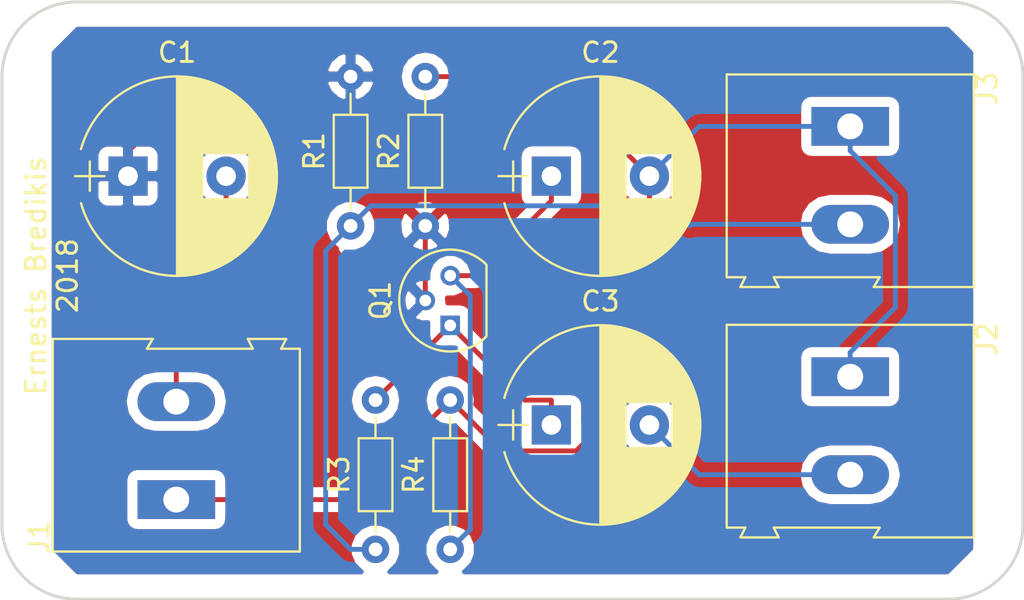
<source format=kicad_pcb>
(kicad_pcb (version 4) (host pcbnew 4.0.7)

  (general
    (links 16)
    (no_connects 0)
    (area 119.304999 90.094999 171.525001 120.725001)
    (thickness 1.6)
    (drawings 10)
    (tracks 51)
    (zones 0)
    (modules 11)
    (nets 8)
  )

  (page A4)
  (layers
    (0 F.Cu signal)
    (31 B.Cu power)
    (36 B.SilkS user)
    (37 F.SilkS user)
    (38 B.Mask user)
    (39 F.Mask user)
    (44 Edge.Cuts user)
  )

  (setup
    (last_trace_width 0.25)
    (trace_clearance 0.2)
    (zone_clearance 0.508)
    (zone_45_only no)
    (trace_min 0.2)
    (segment_width 0.2)
    (edge_width 0.15)
    (via_size 0.6)
    (via_drill 0.4)
    (via_min_size 0.4)
    (via_min_drill 0.3)
    (uvia_size 0.3)
    (uvia_drill 0.1)
    (uvias_allowed no)
    (uvia_min_size 0.2)
    (uvia_min_drill 0.1)
    (pcb_text_width 0.3)
    (pcb_text_size 1.5 1.5)
    (mod_edge_width 0.15)
    (mod_text_size 1 1)
    (mod_text_width 0.15)
    (pad_size 1.524 1.524)
    (pad_drill 0.762)
    (pad_to_mask_clearance 0.2)
    (aux_axis_origin 0 0)
    (visible_elements 7FFFFFFF)
    (pcbplotparams
      (layerselection 0x00030_80000001)
      (usegerberextensions false)
      (excludeedgelayer true)
      (linewidth 0.100000)
      (plotframeref false)
      (viasonmask false)
      (mode 1)
      (useauxorigin false)
      (hpglpennumber 1)
      (hpglpenspeed 20)
      (hpglpendiameter 15)
      (hpglpenoverlay 2)
      (psnegative false)
      (psa4output false)
      (plotreference true)
      (plotvalue true)
      (plotinvisibletext false)
      (padsonsilk false)
      (subtractmaskfromsilk false)
      (outputformat 1)
      (mirror false)
      (drillshape 1)
      (scaleselection 1)
      (outputdirectory ""))
  )

  (net 0 "")
  (net 1 "Net-(C1-Pad1)")
  (net 2 "Net-(C1-Pad2)")
  (net 3 "Net-(C2-Pad1)")
  (net 4 GND)
  (net 5 "Net-(C3-Pad1)")
  (net 6 "Net-(C3-Pad2)")
  (net 7 "Net-(J3-Pad2)")

  (net_class Default "This is the default net class."
    (clearance 0.2)
    (trace_width 0.25)
    (via_dia 0.6)
    (via_drill 0.4)
    (uvia_dia 0.3)
    (uvia_drill 0.1)
    (add_net GND)
    (add_net "Net-(C1-Pad1)")
    (add_net "Net-(C1-Pad2)")
    (add_net "Net-(C2-Pad1)")
    (add_net "Net-(C3-Pad1)")
    (add_net "Net-(C3-Pad2)")
    (add_net "Net-(J3-Pad2)")
  )

  (net_class Power ""
    (clearance 0.3)
    (trace_width 0.5)
    (via_dia 1)
    (via_drill 0.6)
    (uvia_dia 0.5)
    (uvia_drill 0.2)
  )

  (module Connectors_Terminal_Blocks:TerminalBlock_Altech_AK300-2_P5.00mm (layer F.Cu) (tedit 59FF0306) (tstamp 5AC0F88E)
    (at 128.27 115.57 90)
    (descr "Altech AK300 terminal block, pitch 5.0mm, 45 degree angled, see http://www.mouser.com/ds/2/16/PCBMETRC-24178.pdf")
    (tags "Altech AK300 terminal block pitch 5.0mm")
    (path /5AAA57CA)
    (fp_text reference J1 (at -1.92 -6.99 90) (layer F.SilkS)
      (effects (font (size 1 1) (thickness 0.15)))
    )
    (fp_text value "Signal in" (at 2.78 7.75 90) (layer F.Fab)
      (effects (font (size 1 1) (thickness 0.15)))
    )
    (fp_text user %R (at 2.5 -2 90) (layer F.Fab)
      (effects (font (size 1 1) (thickness 0.15)))
    )
    (fp_line (start -2.65 -6.3) (end -2.65 6.3) (layer F.SilkS) (width 0.12))
    (fp_line (start -2.65 6.3) (end 7.7 6.3) (layer F.SilkS) (width 0.12))
    (fp_line (start 7.7 6.3) (end 7.7 5.35) (layer F.SilkS) (width 0.12))
    (fp_line (start 7.7 5.35) (end 8.2 5.6) (layer F.SilkS) (width 0.12))
    (fp_line (start 8.2 5.6) (end 8.2 3.7) (layer F.SilkS) (width 0.12))
    (fp_line (start 8.2 3.7) (end 8.2 3.65) (layer F.SilkS) (width 0.12))
    (fp_line (start 8.2 3.65) (end 7.7 3.9) (layer F.SilkS) (width 0.12))
    (fp_line (start 7.7 3.9) (end 7.7 -1.5) (layer F.SilkS) (width 0.12))
    (fp_line (start 7.7 -1.5) (end 8.2 -1.2) (layer F.SilkS) (width 0.12))
    (fp_line (start 8.2 -1.2) (end 8.2 -6.3) (layer F.SilkS) (width 0.12))
    (fp_line (start 8.2 -6.3) (end -2.65 -6.3) (layer F.SilkS) (width 0.12))
    (fp_line (start -1.26 2.54) (end 1.28 2.54) (layer F.Fab) (width 0.1))
    (fp_line (start 1.28 2.54) (end 1.28 -0.25) (layer F.Fab) (width 0.1))
    (fp_line (start -1.26 -0.25) (end 1.28 -0.25) (layer F.Fab) (width 0.1))
    (fp_line (start -1.26 2.54) (end -1.26 -0.25) (layer F.Fab) (width 0.1))
    (fp_line (start 3.74 2.54) (end 6.28 2.54) (layer F.Fab) (width 0.1))
    (fp_line (start 6.28 2.54) (end 6.28 -0.25) (layer F.Fab) (width 0.1))
    (fp_line (start 3.74 -0.25) (end 6.28 -0.25) (layer F.Fab) (width 0.1))
    (fp_line (start 3.74 2.54) (end 3.74 -0.25) (layer F.Fab) (width 0.1))
    (fp_line (start 7.61 -6.22) (end 7.61 -3.17) (layer F.Fab) (width 0.1))
    (fp_line (start 7.61 -6.22) (end -2.58 -6.22) (layer F.Fab) (width 0.1))
    (fp_line (start 7.61 -6.22) (end 8.11 -6.22) (layer F.Fab) (width 0.1))
    (fp_line (start 8.11 -6.22) (end 8.11 -1.4) (layer F.Fab) (width 0.1))
    (fp_line (start 8.11 -1.4) (end 7.61 -1.65) (layer F.Fab) (width 0.1))
    (fp_line (start 8.11 5.46) (end 7.61 5.21) (layer F.Fab) (width 0.1))
    (fp_line (start 7.61 5.21) (end 7.61 6.22) (layer F.Fab) (width 0.1))
    (fp_line (start 8.11 3.81) (end 7.61 4.06) (layer F.Fab) (width 0.1))
    (fp_line (start 7.61 4.06) (end 7.61 5.21) (layer F.Fab) (width 0.1))
    (fp_line (start 8.11 3.81) (end 8.11 5.46) (layer F.Fab) (width 0.1))
    (fp_line (start 2.98 6.22) (end 2.98 4.32) (layer F.Fab) (width 0.1))
    (fp_line (start 7.05 -0.25) (end 7.05 4.32) (layer F.Fab) (width 0.1))
    (fp_line (start 2.98 6.22) (end 7.05 6.22) (layer F.Fab) (width 0.1))
    (fp_line (start 7.05 6.22) (end 7.61 6.22) (layer F.Fab) (width 0.1))
    (fp_line (start 2.04 6.22) (end 2.04 4.32) (layer F.Fab) (width 0.1))
    (fp_line (start 2.04 6.22) (end 2.98 6.22) (layer F.Fab) (width 0.1))
    (fp_line (start -2.02 -0.25) (end -2.02 4.32) (layer F.Fab) (width 0.1))
    (fp_line (start -2.58 6.22) (end -2.02 6.22) (layer F.Fab) (width 0.1))
    (fp_line (start -2.02 6.22) (end 2.04 6.22) (layer F.Fab) (width 0.1))
    (fp_line (start 2.98 4.32) (end 7.05 4.32) (layer F.Fab) (width 0.1))
    (fp_line (start 2.98 4.32) (end 2.98 -0.25) (layer F.Fab) (width 0.1))
    (fp_line (start 7.05 4.32) (end 7.05 6.22) (layer F.Fab) (width 0.1))
    (fp_line (start 2.04 4.32) (end -2.02 4.32) (layer F.Fab) (width 0.1))
    (fp_line (start 2.04 4.32) (end 2.04 -0.25) (layer F.Fab) (width 0.1))
    (fp_line (start -2.02 4.32) (end -2.02 6.22) (layer F.Fab) (width 0.1))
    (fp_line (start 6.67 3.68) (end 6.67 0.51) (layer F.Fab) (width 0.1))
    (fp_line (start 6.67 3.68) (end 3.36 3.68) (layer F.Fab) (width 0.1))
    (fp_line (start 3.36 3.68) (end 3.36 0.51) (layer F.Fab) (width 0.1))
    (fp_line (start 1.66 3.68) (end 1.66 0.51) (layer F.Fab) (width 0.1))
    (fp_line (start 1.66 3.68) (end -1.64 3.68) (layer F.Fab) (width 0.1))
    (fp_line (start -1.64 3.68) (end -1.64 0.51) (layer F.Fab) (width 0.1))
    (fp_line (start -1.64 0.51) (end -1.26 0.51) (layer F.Fab) (width 0.1))
    (fp_line (start 1.66 0.51) (end 1.28 0.51) (layer F.Fab) (width 0.1))
    (fp_line (start 3.36 0.51) (end 3.74 0.51) (layer F.Fab) (width 0.1))
    (fp_line (start 6.67 0.51) (end 6.28 0.51) (layer F.Fab) (width 0.1))
    (fp_line (start -2.58 6.22) (end -2.58 -0.64) (layer F.Fab) (width 0.1))
    (fp_line (start -2.58 -0.64) (end -2.58 -3.17) (layer F.Fab) (width 0.1))
    (fp_line (start 7.61 -1.65) (end 7.61 -0.64) (layer F.Fab) (width 0.1))
    (fp_line (start 7.61 -0.64) (end 7.61 4.06) (layer F.Fab) (width 0.1))
    (fp_line (start -2.58 -3.17) (end 7.61 -3.17) (layer F.Fab) (width 0.1))
    (fp_line (start -2.58 -3.17) (end -2.58 -6.22) (layer F.Fab) (width 0.1))
    (fp_line (start 7.61 -3.17) (end 7.61 -1.65) (layer F.Fab) (width 0.1))
    (fp_line (start 2.98 -3.43) (end 2.98 -5.97) (layer F.Fab) (width 0.1))
    (fp_line (start 2.98 -5.97) (end 7.05 -5.97) (layer F.Fab) (width 0.1))
    (fp_line (start 7.05 -5.97) (end 7.05 -3.43) (layer F.Fab) (width 0.1))
    (fp_line (start 7.05 -3.43) (end 2.98 -3.43) (layer F.Fab) (width 0.1))
    (fp_line (start 2.04 -3.43) (end 2.04 -5.97) (layer F.Fab) (width 0.1))
    (fp_line (start 2.04 -3.43) (end -2.02 -3.43) (layer F.Fab) (width 0.1))
    (fp_line (start -2.02 -3.43) (end -2.02 -5.97) (layer F.Fab) (width 0.1))
    (fp_line (start 2.04 -5.97) (end -2.02 -5.97) (layer F.Fab) (width 0.1))
    (fp_line (start 3.39 -4.45) (end 6.44 -5.08) (layer F.Fab) (width 0.1))
    (fp_line (start 3.52 -4.32) (end 6.56 -4.95) (layer F.Fab) (width 0.1))
    (fp_line (start -1.62 -4.45) (end 1.44 -5.08) (layer F.Fab) (width 0.1))
    (fp_line (start -1.49 -4.32) (end 1.56 -4.95) (layer F.Fab) (width 0.1))
    (fp_line (start -2.02 -0.25) (end -1.64 -0.25) (layer F.Fab) (width 0.1))
    (fp_line (start 2.04 -0.25) (end 1.66 -0.25) (layer F.Fab) (width 0.1))
    (fp_line (start 1.66 -0.25) (end -1.64 -0.25) (layer F.Fab) (width 0.1))
    (fp_line (start -2.58 -0.64) (end -1.64 -0.64) (layer F.Fab) (width 0.1))
    (fp_line (start -1.64 -0.64) (end 1.66 -0.64) (layer F.Fab) (width 0.1))
    (fp_line (start 1.66 -0.64) (end 3.36 -0.64) (layer F.Fab) (width 0.1))
    (fp_line (start 7.61 -0.64) (end 6.67 -0.64) (layer F.Fab) (width 0.1))
    (fp_line (start 6.67 -0.64) (end 3.36 -0.64) (layer F.Fab) (width 0.1))
    (fp_line (start 7.05 -0.25) (end 6.67 -0.25) (layer F.Fab) (width 0.1))
    (fp_line (start 2.98 -0.25) (end 3.36 -0.25) (layer F.Fab) (width 0.1))
    (fp_line (start 3.36 -0.25) (end 6.67 -0.25) (layer F.Fab) (width 0.1))
    (fp_line (start -2.83 -6.47) (end 8.36 -6.47) (layer F.CrtYd) (width 0.05))
    (fp_line (start -2.83 -6.47) (end -2.83 6.47) (layer F.CrtYd) (width 0.05))
    (fp_line (start 8.36 6.47) (end 8.36 -6.47) (layer F.CrtYd) (width 0.05))
    (fp_line (start 8.36 6.47) (end -2.83 6.47) (layer F.CrtYd) (width 0.05))
    (fp_arc (start 6.03 -4.59) (end 6.54 -5.05) (angle 90.5) (layer F.Fab) (width 0.1))
    (fp_arc (start 5.07 -6.07) (end 6.53 -4.12) (angle 75.5) (layer F.Fab) (width 0.1))
    (fp_arc (start 4.99 -3.71) (end 3.39 -5) (angle 100) (layer F.Fab) (width 0.1))
    (fp_arc (start 3.87 -4.65) (end 3.58 -4.13) (angle 104.2) (layer F.Fab) (width 0.1))
    (fp_arc (start 1.03 -4.59) (end 1.53 -5.05) (angle 90.5) (layer F.Fab) (width 0.1))
    (fp_arc (start 0.06 -6.07) (end 1.53 -4.12) (angle 75.5) (layer F.Fab) (width 0.1))
    (fp_arc (start -0.01 -3.71) (end -1.62 -5) (angle 100) (layer F.Fab) (width 0.1))
    (fp_arc (start -1.13 -4.65) (end -1.42 -4.13) (angle 104.2) (layer F.Fab) (width 0.1))
    (pad 1 thru_hole rect (at 0 0 90) (size 1.98 3.96) (drill 1.32) (layers *.Cu *.Mask)
      (net 4 GND))
    (pad 2 thru_hole oval (at 5 0 90) (size 1.98 3.96) (drill 1.32) (layers *.Cu *.Mask)
      (net 2 "Net-(C1-Pad2)"))
    (model ${KISYS3DMOD}/Terminal_Blocks.3dshapes/TerminalBlock_Altech_AK300-2_P5.00mm.wrl
      (at (xyz 0 0 0))
      (scale (xyz 1 1 1))
      (rotate (xyz 0 0 0))
    )
  )

  (module Capacitors_THT:CP_Radial_D10.0mm_P5.00mm (layer F.Cu) (tedit 597BC7C2) (tstamp 5AC0F68B)
    (at 125.81 99.06)
    (descr "CP, Radial series, Radial, pin pitch=5.00mm, , diameter=10mm, Electrolytic Capacitor")
    (tags "CP Radial series Radial pin pitch 5.00mm  diameter 10mm Electrolytic Capacitor")
    (path /5AAA527C)
    (fp_text reference C1 (at 2.5 -6.31) (layer F.SilkS)
      (effects (font (size 1 1) (thickness 0.15)))
    )
    (fp_text value 20u (at 2.5 6.31) (layer F.Fab)
      (effects (font (size 1 1) (thickness 0.15)))
    )
    (fp_arc (start 2.5 0) (end -2.399357 -1.38) (angle 148.5) (layer F.SilkS) (width 0.12))
    (fp_arc (start 2.5 0) (end -2.399357 1.38) (angle -148.5) (layer F.SilkS) (width 0.12))
    (fp_arc (start 2.5 0) (end 7.399357 -1.38) (angle 31.5) (layer F.SilkS) (width 0.12))
    (fp_circle (center 2.5 0) (end 7.5 0) (layer F.Fab) (width 0.1))
    (fp_line (start -2.7 0) (end -1.2 0) (layer F.Fab) (width 0.1))
    (fp_line (start -1.95 -0.75) (end -1.95 0.75) (layer F.Fab) (width 0.1))
    (fp_line (start 2.5 -5.05) (end 2.5 5.05) (layer F.SilkS) (width 0.12))
    (fp_line (start 2.54 -5.05) (end 2.54 5.05) (layer F.SilkS) (width 0.12))
    (fp_line (start 2.58 -5.05) (end 2.58 5.05) (layer F.SilkS) (width 0.12))
    (fp_line (start 2.62 -5.049) (end 2.62 5.049) (layer F.SilkS) (width 0.12))
    (fp_line (start 2.66 -5.048) (end 2.66 5.048) (layer F.SilkS) (width 0.12))
    (fp_line (start 2.7 -5.047) (end 2.7 5.047) (layer F.SilkS) (width 0.12))
    (fp_line (start 2.74 -5.045) (end 2.74 5.045) (layer F.SilkS) (width 0.12))
    (fp_line (start 2.78 -5.043) (end 2.78 5.043) (layer F.SilkS) (width 0.12))
    (fp_line (start 2.82 -5.04) (end 2.82 5.04) (layer F.SilkS) (width 0.12))
    (fp_line (start 2.86 -5.038) (end 2.86 5.038) (layer F.SilkS) (width 0.12))
    (fp_line (start 2.9 -5.035) (end 2.9 5.035) (layer F.SilkS) (width 0.12))
    (fp_line (start 2.94 -5.031) (end 2.94 5.031) (layer F.SilkS) (width 0.12))
    (fp_line (start 2.98 -5.028) (end 2.98 5.028) (layer F.SilkS) (width 0.12))
    (fp_line (start 3.02 -5.024) (end 3.02 5.024) (layer F.SilkS) (width 0.12))
    (fp_line (start 3.06 -5.02) (end 3.06 5.02) (layer F.SilkS) (width 0.12))
    (fp_line (start 3.1 -5.015) (end 3.1 5.015) (layer F.SilkS) (width 0.12))
    (fp_line (start 3.14 -5.01) (end 3.14 5.01) (layer F.SilkS) (width 0.12))
    (fp_line (start 3.18 -5.005) (end 3.18 5.005) (layer F.SilkS) (width 0.12))
    (fp_line (start 3.221 -4.999) (end 3.221 4.999) (layer F.SilkS) (width 0.12))
    (fp_line (start 3.261 -4.993) (end 3.261 4.993) (layer F.SilkS) (width 0.12))
    (fp_line (start 3.301 -4.987) (end 3.301 4.987) (layer F.SilkS) (width 0.12))
    (fp_line (start 3.341 -4.981) (end 3.341 4.981) (layer F.SilkS) (width 0.12))
    (fp_line (start 3.381 -4.974) (end 3.381 4.974) (layer F.SilkS) (width 0.12))
    (fp_line (start 3.421 -4.967) (end 3.421 4.967) (layer F.SilkS) (width 0.12))
    (fp_line (start 3.461 -4.959) (end 3.461 4.959) (layer F.SilkS) (width 0.12))
    (fp_line (start 3.501 -4.951) (end 3.501 4.951) (layer F.SilkS) (width 0.12))
    (fp_line (start 3.541 -4.943) (end 3.541 4.943) (layer F.SilkS) (width 0.12))
    (fp_line (start 3.581 -4.935) (end 3.581 4.935) (layer F.SilkS) (width 0.12))
    (fp_line (start 3.621 -4.926) (end 3.621 4.926) (layer F.SilkS) (width 0.12))
    (fp_line (start 3.661 -4.917) (end 3.661 4.917) (layer F.SilkS) (width 0.12))
    (fp_line (start 3.701 -4.907) (end 3.701 4.907) (layer F.SilkS) (width 0.12))
    (fp_line (start 3.741 -4.897) (end 3.741 4.897) (layer F.SilkS) (width 0.12))
    (fp_line (start 3.781 -4.887) (end 3.781 4.887) (layer F.SilkS) (width 0.12))
    (fp_line (start 3.821 -4.876) (end 3.821 -1.181) (layer F.SilkS) (width 0.12))
    (fp_line (start 3.821 1.181) (end 3.821 4.876) (layer F.SilkS) (width 0.12))
    (fp_line (start 3.861 -4.865) (end 3.861 -1.181) (layer F.SilkS) (width 0.12))
    (fp_line (start 3.861 1.181) (end 3.861 4.865) (layer F.SilkS) (width 0.12))
    (fp_line (start 3.901 -4.854) (end 3.901 -1.181) (layer F.SilkS) (width 0.12))
    (fp_line (start 3.901 1.181) (end 3.901 4.854) (layer F.SilkS) (width 0.12))
    (fp_line (start 3.941 -4.843) (end 3.941 -1.181) (layer F.SilkS) (width 0.12))
    (fp_line (start 3.941 1.181) (end 3.941 4.843) (layer F.SilkS) (width 0.12))
    (fp_line (start 3.981 -4.831) (end 3.981 -1.181) (layer F.SilkS) (width 0.12))
    (fp_line (start 3.981 1.181) (end 3.981 4.831) (layer F.SilkS) (width 0.12))
    (fp_line (start 4.021 -4.818) (end 4.021 -1.181) (layer F.SilkS) (width 0.12))
    (fp_line (start 4.021 1.181) (end 4.021 4.818) (layer F.SilkS) (width 0.12))
    (fp_line (start 4.061 -4.806) (end 4.061 -1.181) (layer F.SilkS) (width 0.12))
    (fp_line (start 4.061 1.181) (end 4.061 4.806) (layer F.SilkS) (width 0.12))
    (fp_line (start 4.101 -4.792) (end 4.101 -1.181) (layer F.SilkS) (width 0.12))
    (fp_line (start 4.101 1.181) (end 4.101 4.792) (layer F.SilkS) (width 0.12))
    (fp_line (start 4.141 -4.779) (end 4.141 -1.181) (layer F.SilkS) (width 0.12))
    (fp_line (start 4.141 1.181) (end 4.141 4.779) (layer F.SilkS) (width 0.12))
    (fp_line (start 4.181 -4.765) (end 4.181 -1.181) (layer F.SilkS) (width 0.12))
    (fp_line (start 4.181 1.181) (end 4.181 4.765) (layer F.SilkS) (width 0.12))
    (fp_line (start 4.221 -4.751) (end 4.221 -1.181) (layer F.SilkS) (width 0.12))
    (fp_line (start 4.221 1.181) (end 4.221 4.751) (layer F.SilkS) (width 0.12))
    (fp_line (start 4.261 -4.737) (end 4.261 -1.181) (layer F.SilkS) (width 0.12))
    (fp_line (start 4.261 1.181) (end 4.261 4.737) (layer F.SilkS) (width 0.12))
    (fp_line (start 4.301 -4.722) (end 4.301 -1.181) (layer F.SilkS) (width 0.12))
    (fp_line (start 4.301 1.181) (end 4.301 4.722) (layer F.SilkS) (width 0.12))
    (fp_line (start 4.341 -4.706) (end 4.341 -1.181) (layer F.SilkS) (width 0.12))
    (fp_line (start 4.341 1.181) (end 4.341 4.706) (layer F.SilkS) (width 0.12))
    (fp_line (start 4.381 -4.691) (end 4.381 -1.181) (layer F.SilkS) (width 0.12))
    (fp_line (start 4.381 1.181) (end 4.381 4.691) (layer F.SilkS) (width 0.12))
    (fp_line (start 4.421 -4.674) (end 4.421 -1.181) (layer F.SilkS) (width 0.12))
    (fp_line (start 4.421 1.181) (end 4.421 4.674) (layer F.SilkS) (width 0.12))
    (fp_line (start 4.461 -4.658) (end 4.461 -1.181) (layer F.SilkS) (width 0.12))
    (fp_line (start 4.461 1.181) (end 4.461 4.658) (layer F.SilkS) (width 0.12))
    (fp_line (start 4.501 -4.641) (end 4.501 -1.181) (layer F.SilkS) (width 0.12))
    (fp_line (start 4.501 1.181) (end 4.501 4.641) (layer F.SilkS) (width 0.12))
    (fp_line (start 4.541 -4.624) (end 4.541 -1.181) (layer F.SilkS) (width 0.12))
    (fp_line (start 4.541 1.181) (end 4.541 4.624) (layer F.SilkS) (width 0.12))
    (fp_line (start 4.581 -4.606) (end 4.581 -1.181) (layer F.SilkS) (width 0.12))
    (fp_line (start 4.581 1.181) (end 4.581 4.606) (layer F.SilkS) (width 0.12))
    (fp_line (start 4.621 -4.588) (end 4.621 -1.181) (layer F.SilkS) (width 0.12))
    (fp_line (start 4.621 1.181) (end 4.621 4.588) (layer F.SilkS) (width 0.12))
    (fp_line (start 4.661 -4.569) (end 4.661 -1.181) (layer F.SilkS) (width 0.12))
    (fp_line (start 4.661 1.181) (end 4.661 4.569) (layer F.SilkS) (width 0.12))
    (fp_line (start 4.701 -4.55) (end 4.701 -1.181) (layer F.SilkS) (width 0.12))
    (fp_line (start 4.701 1.181) (end 4.701 4.55) (layer F.SilkS) (width 0.12))
    (fp_line (start 4.741 -4.531) (end 4.741 -1.181) (layer F.SilkS) (width 0.12))
    (fp_line (start 4.741 1.181) (end 4.741 4.531) (layer F.SilkS) (width 0.12))
    (fp_line (start 4.781 -4.511) (end 4.781 -1.181) (layer F.SilkS) (width 0.12))
    (fp_line (start 4.781 1.181) (end 4.781 4.511) (layer F.SilkS) (width 0.12))
    (fp_line (start 4.821 -4.491) (end 4.821 -1.181) (layer F.SilkS) (width 0.12))
    (fp_line (start 4.821 1.181) (end 4.821 4.491) (layer F.SilkS) (width 0.12))
    (fp_line (start 4.861 -4.47) (end 4.861 -1.181) (layer F.SilkS) (width 0.12))
    (fp_line (start 4.861 1.181) (end 4.861 4.47) (layer F.SilkS) (width 0.12))
    (fp_line (start 4.901 -4.449) (end 4.901 -1.181) (layer F.SilkS) (width 0.12))
    (fp_line (start 4.901 1.181) (end 4.901 4.449) (layer F.SilkS) (width 0.12))
    (fp_line (start 4.941 -4.428) (end 4.941 -1.181) (layer F.SilkS) (width 0.12))
    (fp_line (start 4.941 1.181) (end 4.941 4.428) (layer F.SilkS) (width 0.12))
    (fp_line (start 4.981 -4.405) (end 4.981 -1.181) (layer F.SilkS) (width 0.12))
    (fp_line (start 4.981 1.181) (end 4.981 4.405) (layer F.SilkS) (width 0.12))
    (fp_line (start 5.021 -4.383) (end 5.021 -1.181) (layer F.SilkS) (width 0.12))
    (fp_line (start 5.021 1.181) (end 5.021 4.383) (layer F.SilkS) (width 0.12))
    (fp_line (start 5.061 -4.36) (end 5.061 -1.181) (layer F.SilkS) (width 0.12))
    (fp_line (start 5.061 1.181) (end 5.061 4.36) (layer F.SilkS) (width 0.12))
    (fp_line (start 5.101 -4.336) (end 5.101 -1.181) (layer F.SilkS) (width 0.12))
    (fp_line (start 5.101 1.181) (end 5.101 4.336) (layer F.SilkS) (width 0.12))
    (fp_line (start 5.141 -4.312) (end 5.141 -1.181) (layer F.SilkS) (width 0.12))
    (fp_line (start 5.141 1.181) (end 5.141 4.312) (layer F.SilkS) (width 0.12))
    (fp_line (start 5.181 -4.288) (end 5.181 -1.181) (layer F.SilkS) (width 0.12))
    (fp_line (start 5.181 1.181) (end 5.181 4.288) (layer F.SilkS) (width 0.12))
    (fp_line (start 5.221 -4.263) (end 5.221 -1.181) (layer F.SilkS) (width 0.12))
    (fp_line (start 5.221 1.181) (end 5.221 4.263) (layer F.SilkS) (width 0.12))
    (fp_line (start 5.261 -4.237) (end 5.261 -1.181) (layer F.SilkS) (width 0.12))
    (fp_line (start 5.261 1.181) (end 5.261 4.237) (layer F.SilkS) (width 0.12))
    (fp_line (start 5.301 -4.211) (end 5.301 -1.181) (layer F.SilkS) (width 0.12))
    (fp_line (start 5.301 1.181) (end 5.301 4.211) (layer F.SilkS) (width 0.12))
    (fp_line (start 5.341 -4.185) (end 5.341 -1.181) (layer F.SilkS) (width 0.12))
    (fp_line (start 5.341 1.181) (end 5.341 4.185) (layer F.SilkS) (width 0.12))
    (fp_line (start 5.381 -4.157) (end 5.381 -1.181) (layer F.SilkS) (width 0.12))
    (fp_line (start 5.381 1.181) (end 5.381 4.157) (layer F.SilkS) (width 0.12))
    (fp_line (start 5.421 -4.13) (end 5.421 -1.181) (layer F.SilkS) (width 0.12))
    (fp_line (start 5.421 1.181) (end 5.421 4.13) (layer F.SilkS) (width 0.12))
    (fp_line (start 5.461 -4.101) (end 5.461 -1.181) (layer F.SilkS) (width 0.12))
    (fp_line (start 5.461 1.181) (end 5.461 4.101) (layer F.SilkS) (width 0.12))
    (fp_line (start 5.501 -4.072) (end 5.501 -1.181) (layer F.SilkS) (width 0.12))
    (fp_line (start 5.501 1.181) (end 5.501 4.072) (layer F.SilkS) (width 0.12))
    (fp_line (start 5.541 -4.043) (end 5.541 -1.181) (layer F.SilkS) (width 0.12))
    (fp_line (start 5.541 1.181) (end 5.541 4.043) (layer F.SilkS) (width 0.12))
    (fp_line (start 5.581 -4.013) (end 5.581 -1.181) (layer F.SilkS) (width 0.12))
    (fp_line (start 5.581 1.181) (end 5.581 4.013) (layer F.SilkS) (width 0.12))
    (fp_line (start 5.621 -3.982) (end 5.621 -1.181) (layer F.SilkS) (width 0.12))
    (fp_line (start 5.621 1.181) (end 5.621 3.982) (layer F.SilkS) (width 0.12))
    (fp_line (start 5.661 -3.951) (end 5.661 -1.181) (layer F.SilkS) (width 0.12))
    (fp_line (start 5.661 1.181) (end 5.661 3.951) (layer F.SilkS) (width 0.12))
    (fp_line (start 5.701 -3.919) (end 5.701 -1.181) (layer F.SilkS) (width 0.12))
    (fp_line (start 5.701 1.181) (end 5.701 3.919) (layer F.SilkS) (width 0.12))
    (fp_line (start 5.741 -3.886) (end 5.741 -1.181) (layer F.SilkS) (width 0.12))
    (fp_line (start 5.741 1.181) (end 5.741 3.886) (layer F.SilkS) (width 0.12))
    (fp_line (start 5.781 -3.853) (end 5.781 -1.181) (layer F.SilkS) (width 0.12))
    (fp_line (start 5.781 1.181) (end 5.781 3.853) (layer F.SilkS) (width 0.12))
    (fp_line (start 5.821 -3.819) (end 5.821 -1.181) (layer F.SilkS) (width 0.12))
    (fp_line (start 5.821 1.181) (end 5.821 3.819) (layer F.SilkS) (width 0.12))
    (fp_line (start 5.861 -3.784) (end 5.861 -1.181) (layer F.SilkS) (width 0.12))
    (fp_line (start 5.861 1.181) (end 5.861 3.784) (layer F.SilkS) (width 0.12))
    (fp_line (start 5.901 -3.748) (end 5.901 -1.181) (layer F.SilkS) (width 0.12))
    (fp_line (start 5.901 1.181) (end 5.901 3.748) (layer F.SilkS) (width 0.12))
    (fp_line (start 5.941 -3.712) (end 5.941 -1.181) (layer F.SilkS) (width 0.12))
    (fp_line (start 5.941 1.181) (end 5.941 3.712) (layer F.SilkS) (width 0.12))
    (fp_line (start 5.981 -3.675) (end 5.981 -1.181) (layer F.SilkS) (width 0.12))
    (fp_line (start 5.981 1.181) (end 5.981 3.675) (layer F.SilkS) (width 0.12))
    (fp_line (start 6.021 -3.637) (end 6.021 -1.181) (layer F.SilkS) (width 0.12))
    (fp_line (start 6.021 1.181) (end 6.021 3.637) (layer F.SilkS) (width 0.12))
    (fp_line (start 6.061 -3.598) (end 6.061 -1.181) (layer F.SilkS) (width 0.12))
    (fp_line (start 6.061 1.181) (end 6.061 3.598) (layer F.SilkS) (width 0.12))
    (fp_line (start 6.101 -3.559) (end 6.101 -1.181) (layer F.SilkS) (width 0.12))
    (fp_line (start 6.101 1.181) (end 6.101 3.559) (layer F.SilkS) (width 0.12))
    (fp_line (start 6.141 -3.518) (end 6.141 -1.181) (layer F.SilkS) (width 0.12))
    (fp_line (start 6.141 1.181) (end 6.141 3.518) (layer F.SilkS) (width 0.12))
    (fp_line (start 6.181 -3.477) (end 6.181 3.477) (layer F.SilkS) (width 0.12))
    (fp_line (start 6.221 -3.435) (end 6.221 3.435) (layer F.SilkS) (width 0.12))
    (fp_line (start 6.261 -3.391) (end 6.261 3.391) (layer F.SilkS) (width 0.12))
    (fp_line (start 6.301 -3.347) (end 6.301 3.347) (layer F.SilkS) (width 0.12))
    (fp_line (start 6.341 -3.302) (end 6.341 3.302) (layer F.SilkS) (width 0.12))
    (fp_line (start 6.381 -3.255) (end 6.381 3.255) (layer F.SilkS) (width 0.12))
    (fp_line (start 6.421 -3.207) (end 6.421 3.207) (layer F.SilkS) (width 0.12))
    (fp_line (start 6.461 -3.158) (end 6.461 3.158) (layer F.SilkS) (width 0.12))
    (fp_line (start 6.501 -3.108) (end 6.501 3.108) (layer F.SilkS) (width 0.12))
    (fp_line (start 6.541 -3.057) (end 6.541 3.057) (layer F.SilkS) (width 0.12))
    (fp_line (start 6.581 -3.004) (end 6.581 3.004) (layer F.SilkS) (width 0.12))
    (fp_line (start 6.621 -2.949) (end 6.621 2.949) (layer F.SilkS) (width 0.12))
    (fp_line (start 6.661 -2.894) (end 6.661 2.894) (layer F.SilkS) (width 0.12))
    (fp_line (start 6.701 -2.836) (end 6.701 2.836) (layer F.SilkS) (width 0.12))
    (fp_line (start 6.741 -2.777) (end 6.741 2.777) (layer F.SilkS) (width 0.12))
    (fp_line (start 6.781 -2.715) (end 6.781 2.715) (layer F.SilkS) (width 0.12))
    (fp_line (start 6.821 -2.652) (end 6.821 2.652) (layer F.SilkS) (width 0.12))
    (fp_line (start 6.861 -2.587) (end 6.861 2.587) (layer F.SilkS) (width 0.12))
    (fp_line (start 6.901 -2.519) (end 6.901 2.519) (layer F.SilkS) (width 0.12))
    (fp_line (start 6.941 -2.449) (end 6.941 2.449) (layer F.SilkS) (width 0.12))
    (fp_line (start 6.981 -2.377) (end 6.981 2.377) (layer F.SilkS) (width 0.12))
    (fp_line (start 7.021 -2.301) (end 7.021 2.301) (layer F.SilkS) (width 0.12))
    (fp_line (start 7.061 -2.222) (end 7.061 2.222) (layer F.SilkS) (width 0.12))
    (fp_line (start 7.101 -2.14) (end 7.101 2.14) (layer F.SilkS) (width 0.12))
    (fp_line (start 7.141 -2.053) (end 7.141 2.053) (layer F.SilkS) (width 0.12))
    (fp_line (start 7.181 -1.962) (end 7.181 1.962) (layer F.SilkS) (width 0.12))
    (fp_line (start 7.221 -1.866) (end 7.221 1.866) (layer F.SilkS) (width 0.12))
    (fp_line (start 7.261 -1.763) (end 7.261 1.763) (layer F.SilkS) (width 0.12))
    (fp_line (start 7.301 -1.654) (end 7.301 1.654) (layer F.SilkS) (width 0.12))
    (fp_line (start 7.341 -1.536) (end 7.341 1.536) (layer F.SilkS) (width 0.12))
    (fp_line (start 7.381 -1.407) (end 7.381 1.407) (layer F.SilkS) (width 0.12))
    (fp_line (start 7.421 -1.265) (end 7.421 1.265) (layer F.SilkS) (width 0.12))
    (fp_line (start 7.461 -1.104) (end 7.461 1.104) (layer F.SilkS) (width 0.12))
    (fp_line (start 7.501 -0.913) (end 7.501 0.913) (layer F.SilkS) (width 0.12))
    (fp_line (start 7.541 -0.672) (end 7.541 0.672) (layer F.SilkS) (width 0.12))
    (fp_line (start 7.581 -0.279) (end 7.581 0.279) (layer F.SilkS) (width 0.12))
    (fp_line (start -2.7 0) (end -1.2 0) (layer F.SilkS) (width 0.12))
    (fp_line (start -1.95 -0.75) (end -1.95 0.75) (layer F.SilkS) (width 0.12))
    (fp_line (start -2.85 -5.35) (end -2.85 5.35) (layer F.CrtYd) (width 0.05))
    (fp_line (start -2.85 5.35) (end 7.85 5.35) (layer F.CrtYd) (width 0.05))
    (fp_line (start 7.85 5.35) (end 7.85 -5.35) (layer F.CrtYd) (width 0.05))
    (fp_line (start 7.85 -5.35) (end -2.85 -5.35) (layer F.CrtYd) (width 0.05))
    (fp_text user %R (at 2.5 0) (layer F.Fab)
      (effects (font (size 1 1) (thickness 0.15)))
    )
    (pad 1 thru_hole rect (at 0 0) (size 2 2) (drill 1) (layers *.Cu *.Mask)
      (net 1 "Net-(C1-Pad1)"))
    (pad 2 thru_hole circle (at 5 0) (size 2 2) (drill 1) (layers *.Cu *.Mask)
      (net 2 "Net-(C1-Pad2)"))
    (model ${KISYS3DMOD}/Capacitors_THT.3dshapes/CP_Radial_D10.0mm_P5.00mm.wrl
      (at (xyz 0 0 0))
      (scale (xyz 1 1 1))
      (rotate (xyz 0 0 0))
    )
  )

  (module Capacitors_THT:CP_Radial_D10.0mm_P5.00mm (layer F.Cu) (tedit 597BC7C2) (tstamp 5AC0F759)
    (at 147.4 99.06)
    (descr "CP, Radial series, Radial, pin pitch=5.00mm, , diameter=10mm, Electrolytic Capacitor")
    (tags "CP Radial series Radial pin pitch 5.00mm  diameter 10mm Electrolytic Capacitor")
    (path /5AAA52E5)
    (fp_text reference C2 (at 2.5 -6.31) (layer F.SilkS)
      (effects (font (size 1 1) (thickness 0.15)))
    )
    (fp_text value 50u (at 2.5 6.31) (layer F.Fab)
      (effects (font (size 1 1) (thickness 0.15)))
    )
    (fp_arc (start 2.5 0) (end -2.399357 -1.38) (angle 148.5) (layer F.SilkS) (width 0.12))
    (fp_arc (start 2.5 0) (end -2.399357 1.38) (angle -148.5) (layer F.SilkS) (width 0.12))
    (fp_arc (start 2.5 0) (end 7.399357 -1.38) (angle 31.5) (layer F.SilkS) (width 0.12))
    (fp_circle (center 2.5 0) (end 7.5 0) (layer F.Fab) (width 0.1))
    (fp_line (start -2.7 0) (end -1.2 0) (layer F.Fab) (width 0.1))
    (fp_line (start -1.95 -0.75) (end -1.95 0.75) (layer F.Fab) (width 0.1))
    (fp_line (start 2.5 -5.05) (end 2.5 5.05) (layer F.SilkS) (width 0.12))
    (fp_line (start 2.54 -5.05) (end 2.54 5.05) (layer F.SilkS) (width 0.12))
    (fp_line (start 2.58 -5.05) (end 2.58 5.05) (layer F.SilkS) (width 0.12))
    (fp_line (start 2.62 -5.049) (end 2.62 5.049) (layer F.SilkS) (width 0.12))
    (fp_line (start 2.66 -5.048) (end 2.66 5.048) (layer F.SilkS) (width 0.12))
    (fp_line (start 2.7 -5.047) (end 2.7 5.047) (layer F.SilkS) (width 0.12))
    (fp_line (start 2.74 -5.045) (end 2.74 5.045) (layer F.SilkS) (width 0.12))
    (fp_line (start 2.78 -5.043) (end 2.78 5.043) (layer F.SilkS) (width 0.12))
    (fp_line (start 2.82 -5.04) (end 2.82 5.04) (layer F.SilkS) (width 0.12))
    (fp_line (start 2.86 -5.038) (end 2.86 5.038) (layer F.SilkS) (width 0.12))
    (fp_line (start 2.9 -5.035) (end 2.9 5.035) (layer F.SilkS) (width 0.12))
    (fp_line (start 2.94 -5.031) (end 2.94 5.031) (layer F.SilkS) (width 0.12))
    (fp_line (start 2.98 -5.028) (end 2.98 5.028) (layer F.SilkS) (width 0.12))
    (fp_line (start 3.02 -5.024) (end 3.02 5.024) (layer F.SilkS) (width 0.12))
    (fp_line (start 3.06 -5.02) (end 3.06 5.02) (layer F.SilkS) (width 0.12))
    (fp_line (start 3.1 -5.015) (end 3.1 5.015) (layer F.SilkS) (width 0.12))
    (fp_line (start 3.14 -5.01) (end 3.14 5.01) (layer F.SilkS) (width 0.12))
    (fp_line (start 3.18 -5.005) (end 3.18 5.005) (layer F.SilkS) (width 0.12))
    (fp_line (start 3.221 -4.999) (end 3.221 4.999) (layer F.SilkS) (width 0.12))
    (fp_line (start 3.261 -4.993) (end 3.261 4.993) (layer F.SilkS) (width 0.12))
    (fp_line (start 3.301 -4.987) (end 3.301 4.987) (layer F.SilkS) (width 0.12))
    (fp_line (start 3.341 -4.981) (end 3.341 4.981) (layer F.SilkS) (width 0.12))
    (fp_line (start 3.381 -4.974) (end 3.381 4.974) (layer F.SilkS) (width 0.12))
    (fp_line (start 3.421 -4.967) (end 3.421 4.967) (layer F.SilkS) (width 0.12))
    (fp_line (start 3.461 -4.959) (end 3.461 4.959) (layer F.SilkS) (width 0.12))
    (fp_line (start 3.501 -4.951) (end 3.501 4.951) (layer F.SilkS) (width 0.12))
    (fp_line (start 3.541 -4.943) (end 3.541 4.943) (layer F.SilkS) (width 0.12))
    (fp_line (start 3.581 -4.935) (end 3.581 4.935) (layer F.SilkS) (width 0.12))
    (fp_line (start 3.621 -4.926) (end 3.621 4.926) (layer F.SilkS) (width 0.12))
    (fp_line (start 3.661 -4.917) (end 3.661 4.917) (layer F.SilkS) (width 0.12))
    (fp_line (start 3.701 -4.907) (end 3.701 4.907) (layer F.SilkS) (width 0.12))
    (fp_line (start 3.741 -4.897) (end 3.741 4.897) (layer F.SilkS) (width 0.12))
    (fp_line (start 3.781 -4.887) (end 3.781 4.887) (layer F.SilkS) (width 0.12))
    (fp_line (start 3.821 -4.876) (end 3.821 -1.181) (layer F.SilkS) (width 0.12))
    (fp_line (start 3.821 1.181) (end 3.821 4.876) (layer F.SilkS) (width 0.12))
    (fp_line (start 3.861 -4.865) (end 3.861 -1.181) (layer F.SilkS) (width 0.12))
    (fp_line (start 3.861 1.181) (end 3.861 4.865) (layer F.SilkS) (width 0.12))
    (fp_line (start 3.901 -4.854) (end 3.901 -1.181) (layer F.SilkS) (width 0.12))
    (fp_line (start 3.901 1.181) (end 3.901 4.854) (layer F.SilkS) (width 0.12))
    (fp_line (start 3.941 -4.843) (end 3.941 -1.181) (layer F.SilkS) (width 0.12))
    (fp_line (start 3.941 1.181) (end 3.941 4.843) (layer F.SilkS) (width 0.12))
    (fp_line (start 3.981 -4.831) (end 3.981 -1.181) (layer F.SilkS) (width 0.12))
    (fp_line (start 3.981 1.181) (end 3.981 4.831) (layer F.SilkS) (width 0.12))
    (fp_line (start 4.021 -4.818) (end 4.021 -1.181) (layer F.SilkS) (width 0.12))
    (fp_line (start 4.021 1.181) (end 4.021 4.818) (layer F.SilkS) (width 0.12))
    (fp_line (start 4.061 -4.806) (end 4.061 -1.181) (layer F.SilkS) (width 0.12))
    (fp_line (start 4.061 1.181) (end 4.061 4.806) (layer F.SilkS) (width 0.12))
    (fp_line (start 4.101 -4.792) (end 4.101 -1.181) (layer F.SilkS) (width 0.12))
    (fp_line (start 4.101 1.181) (end 4.101 4.792) (layer F.SilkS) (width 0.12))
    (fp_line (start 4.141 -4.779) (end 4.141 -1.181) (layer F.SilkS) (width 0.12))
    (fp_line (start 4.141 1.181) (end 4.141 4.779) (layer F.SilkS) (width 0.12))
    (fp_line (start 4.181 -4.765) (end 4.181 -1.181) (layer F.SilkS) (width 0.12))
    (fp_line (start 4.181 1.181) (end 4.181 4.765) (layer F.SilkS) (width 0.12))
    (fp_line (start 4.221 -4.751) (end 4.221 -1.181) (layer F.SilkS) (width 0.12))
    (fp_line (start 4.221 1.181) (end 4.221 4.751) (layer F.SilkS) (width 0.12))
    (fp_line (start 4.261 -4.737) (end 4.261 -1.181) (layer F.SilkS) (width 0.12))
    (fp_line (start 4.261 1.181) (end 4.261 4.737) (layer F.SilkS) (width 0.12))
    (fp_line (start 4.301 -4.722) (end 4.301 -1.181) (layer F.SilkS) (width 0.12))
    (fp_line (start 4.301 1.181) (end 4.301 4.722) (layer F.SilkS) (width 0.12))
    (fp_line (start 4.341 -4.706) (end 4.341 -1.181) (layer F.SilkS) (width 0.12))
    (fp_line (start 4.341 1.181) (end 4.341 4.706) (layer F.SilkS) (width 0.12))
    (fp_line (start 4.381 -4.691) (end 4.381 -1.181) (layer F.SilkS) (width 0.12))
    (fp_line (start 4.381 1.181) (end 4.381 4.691) (layer F.SilkS) (width 0.12))
    (fp_line (start 4.421 -4.674) (end 4.421 -1.181) (layer F.SilkS) (width 0.12))
    (fp_line (start 4.421 1.181) (end 4.421 4.674) (layer F.SilkS) (width 0.12))
    (fp_line (start 4.461 -4.658) (end 4.461 -1.181) (layer F.SilkS) (width 0.12))
    (fp_line (start 4.461 1.181) (end 4.461 4.658) (layer F.SilkS) (width 0.12))
    (fp_line (start 4.501 -4.641) (end 4.501 -1.181) (layer F.SilkS) (width 0.12))
    (fp_line (start 4.501 1.181) (end 4.501 4.641) (layer F.SilkS) (width 0.12))
    (fp_line (start 4.541 -4.624) (end 4.541 -1.181) (layer F.SilkS) (width 0.12))
    (fp_line (start 4.541 1.181) (end 4.541 4.624) (layer F.SilkS) (width 0.12))
    (fp_line (start 4.581 -4.606) (end 4.581 -1.181) (layer F.SilkS) (width 0.12))
    (fp_line (start 4.581 1.181) (end 4.581 4.606) (layer F.SilkS) (width 0.12))
    (fp_line (start 4.621 -4.588) (end 4.621 -1.181) (layer F.SilkS) (width 0.12))
    (fp_line (start 4.621 1.181) (end 4.621 4.588) (layer F.SilkS) (width 0.12))
    (fp_line (start 4.661 -4.569) (end 4.661 -1.181) (layer F.SilkS) (width 0.12))
    (fp_line (start 4.661 1.181) (end 4.661 4.569) (layer F.SilkS) (width 0.12))
    (fp_line (start 4.701 -4.55) (end 4.701 -1.181) (layer F.SilkS) (width 0.12))
    (fp_line (start 4.701 1.181) (end 4.701 4.55) (layer F.SilkS) (width 0.12))
    (fp_line (start 4.741 -4.531) (end 4.741 -1.181) (layer F.SilkS) (width 0.12))
    (fp_line (start 4.741 1.181) (end 4.741 4.531) (layer F.SilkS) (width 0.12))
    (fp_line (start 4.781 -4.511) (end 4.781 -1.181) (layer F.SilkS) (width 0.12))
    (fp_line (start 4.781 1.181) (end 4.781 4.511) (layer F.SilkS) (width 0.12))
    (fp_line (start 4.821 -4.491) (end 4.821 -1.181) (layer F.SilkS) (width 0.12))
    (fp_line (start 4.821 1.181) (end 4.821 4.491) (layer F.SilkS) (width 0.12))
    (fp_line (start 4.861 -4.47) (end 4.861 -1.181) (layer F.SilkS) (width 0.12))
    (fp_line (start 4.861 1.181) (end 4.861 4.47) (layer F.SilkS) (width 0.12))
    (fp_line (start 4.901 -4.449) (end 4.901 -1.181) (layer F.SilkS) (width 0.12))
    (fp_line (start 4.901 1.181) (end 4.901 4.449) (layer F.SilkS) (width 0.12))
    (fp_line (start 4.941 -4.428) (end 4.941 -1.181) (layer F.SilkS) (width 0.12))
    (fp_line (start 4.941 1.181) (end 4.941 4.428) (layer F.SilkS) (width 0.12))
    (fp_line (start 4.981 -4.405) (end 4.981 -1.181) (layer F.SilkS) (width 0.12))
    (fp_line (start 4.981 1.181) (end 4.981 4.405) (layer F.SilkS) (width 0.12))
    (fp_line (start 5.021 -4.383) (end 5.021 -1.181) (layer F.SilkS) (width 0.12))
    (fp_line (start 5.021 1.181) (end 5.021 4.383) (layer F.SilkS) (width 0.12))
    (fp_line (start 5.061 -4.36) (end 5.061 -1.181) (layer F.SilkS) (width 0.12))
    (fp_line (start 5.061 1.181) (end 5.061 4.36) (layer F.SilkS) (width 0.12))
    (fp_line (start 5.101 -4.336) (end 5.101 -1.181) (layer F.SilkS) (width 0.12))
    (fp_line (start 5.101 1.181) (end 5.101 4.336) (layer F.SilkS) (width 0.12))
    (fp_line (start 5.141 -4.312) (end 5.141 -1.181) (layer F.SilkS) (width 0.12))
    (fp_line (start 5.141 1.181) (end 5.141 4.312) (layer F.SilkS) (width 0.12))
    (fp_line (start 5.181 -4.288) (end 5.181 -1.181) (layer F.SilkS) (width 0.12))
    (fp_line (start 5.181 1.181) (end 5.181 4.288) (layer F.SilkS) (width 0.12))
    (fp_line (start 5.221 -4.263) (end 5.221 -1.181) (layer F.SilkS) (width 0.12))
    (fp_line (start 5.221 1.181) (end 5.221 4.263) (layer F.SilkS) (width 0.12))
    (fp_line (start 5.261 -4.237) (end 5.261 -1.181) (layer F.SilkS) (width 0.12))
    (fp_line (start 5.261 1.181) (end 5.261 4.237) (layer F.SilkS) (width 0.12))
    (fp_line (start 5.301 -4.211) (end 5.301 -1.181) (layer F.SilkS) (width 0.12))
    (fp_line (start 5.301 1.181) (end 5.301 4.211) (layer F.SilkS) (width 0.12))
    (fp_line (start 5.341 -4.185) (end 5.341 -1.181) (layer F.SilkS) (width 0.12))
    (fp_line (start 5.341 1.181) (end 5.341 4.185) (layer F.SilkS) (width 0.12))
    (fp_line (start 5.381 -4.157) (end 5.381 -1.181) (layer F.SilkS) (width 0.12))
    (fp_line (start 5.381 1.181) (end 5.381 4.157) (layer F.SilkS) (width 0.12))
    (fp_line (start 5.421 -4.13) (end 5.421 -1.181) (layer F.SilkS) (width 0.12))
    (fp_line (start 5.421 1.181) (end 5.421 4.13) (layer F.SilkS) (width 0.12))
    (fp_line (start 5.461 -4.101) (end 5.461 -1.181) (layer F.SilkS) (width 0.12))
    (fp_line (start 5.461 1.181) (end 5.461 4.101) (layer F.SilkS) (width 0.12))
    (fp_line (start 5.501 -4.072) (end 5.501 -1.181) (layer F.SilkS) (width 0.12))
    (fp_line (start 5.501 1.181) (end 5.501 4.072) (layer F.SilkS) (width 0.12))
    (fp_line (start 5.541 -4.043) (end 5.541 -1.181) (layer F.SilkS) (width 0.12))
    (fp_line (start 5.541 1.181) (end 5.541 4.043) (layer F.SilkS) (width 0.12))
    (fp_line (start 5.581 -4.013) (end 5.581 -1.181) (layer F.SilkS) (width 0.12))
    (fp_line (start 5.581 1.181) (end 5.581 4.013) (layer F.SilkS) (width 0.12))
    (fp_line (start 5.621 -3.982) (end 5.621 -1.181) (layer F.SilkS) (width 0.12))
    (fp_line (start 5.621 1.181) (end 5.621 3.982) (layer F.SilkS) (width 0.12))
    (fp_line (start 5.661 -3.951) (end 5.661 -1.181) (layer F.SilkS) (width 0.12))
    (fp_line (start 5.661 1.181) (end 5.661 3.951) (layer F.SilkS) (width 0.12))
    (fp_line (start 5.701 -3.919) (end 5.701 -1.181) (layer F.SilkS) (width 0.12))
    (fp_line (start 5.701 1.181) (end 5.701 3.919) (layer F.SilkS) (width 0.12))
    (fp_line (start 5.741 -3.886) (end 5.741 -1.181) (layer F.SilkS) (width 0.12))
    (fp_line (start 5.741 1.181) (end 5.741 3.886) (layer F.SilkS) (width 0.12))
    (fp_line (start 5.781 -3.853) (end 5.781 -1.181) (layer F.SilkS) (width 0.12))
    (fp_line (start 5.781 1.181) (end 5.781 3.853) (layer F.SilkS) (width 0.12))
    (fp_line (start 5.821 -3.819) (end 5.821 -1.181) (layer F.SilkS) (width 0.12))
    (fp_line (start 5.821 1.181) (end 5.821 3.819) (layer F.SilkS) (width 0.12))
    (fp_line (start 5.861 -3.784) (end 5.861 -1.181) (layer F.SilkS) (width 0.12))
    (fp_line (start 5.861 1.181) (end 5.861 3.784) (layer F.SilkS) (width 0.12))
    (fp_line (start 5.901 -3.748) (end 5.901 -1.181) (layer F.SilkS) (width 0.12))
    (fp_line (start 5.901 1.181) (end 5.901 3.748) (layer F.SilkS) (width 0.12))
    (fp_line (start 5.941 -3.712) (end 5.941 -1.181) (layer F.SilkS) (width 0.12))
    (fp_line (start 5.941 1.181) (end 5.941 3.712) (layer F.SilkS) (width 0.12))
    (fp_line (start 5.981 -3.675) (end 5.981 -1.181) (layer F.SilkS) (width 0.12))
    (fp_line (start 5.981 1.181) (end 5.981 3.675) (layer F.SilkS) (width 0.12))
    (fp_line (start 6.021 -3.637) (end 6.021 -1.181) (layer F.SilkS) (width 0.12))
    (fp_line (start 6.021 1.181) (end 6.021 3.637) (layer F.SilkS) (width 0.12))
    (fp_line (start 6.061 -3.598) (end 6.061 -1.181) (layer F.SilkS) (width 0.12))
    (fp_line (start 6.061 1.181) (end 6.061 3.598) (layer F.SilkS) (width 0.12))
    (fp_line (start 6.101 -3.559) (end 6.101 -1.181) (layer F.SilkS) (width 0.12))
    (fp_line (start 6.101 1.181) (end 6.101 3.559) (layer F.SilkS) (width 0.12))
    (fp_line (start 6.141 -3.518) (end 6.141 -1.181) (layer F.SilkS) (width 0.12))
    (fp_line (start 6.141 1.181) (end 6.141 3.518) (layer F.SilkS) (width 0.12))
    (fp_line (start 6.181 -3.477) (end 6.181 3.477) (layer F.SilkS) (width 0.12))
    (fp_line (start 6.221 -3.435) (end 6.221 3.435) (layer F.SilkS) (width 0.12))
    (fp_line (start 6.261 -3.391) (end 6.261 3.391) (layer F.SilkS) (width 0.12))
    (fp_line (start 6.301 -3.347) (end 6.301 3.347) (layer F.SilkS) (width 0.12))
    (fp_line (start 6.341 -3.302) (end 6.341 3.302) (layer F.SilkS) (width 0.12))
    (fp_line (start 6.381 -3.255) (end 6.381 3.255) (layer F.SilkS) (width 0.12))
    (fp_line (start 6.421 -3.207) (end 6.421 3.207) (layer F.SilkS) (width 0.12))
    (fp_line (start 6.461 -3.158) (end 6.461 3.158) (layer F.SilkS) (width 0.12))
    (fp_line (start 6.501 -3.108) (end 6.501 3.108) (layer F.SilkS) (width 0.12))
    (fp_line (start 6.541 -3.057) (end 6.541 3.057) (layer F.SilkS) (width 0.12))
    (fp_line (start 6.581 -3.004) (end 6.581 3.004) (layer F.SilkS) (width 0.12))
    (fp_line (start 6.621 -2.949) (end 6.621 2.949) (layer F.SilkS) (width 0.12))
    (fp_line (start 6.661 -2.894) (end 6.661 2.894) (layer F.SilkS) (width 0.12))
    (fp_line (start 6.701 -2.836) (end 6.701 2.836) (layer F.SilkS) (width 0.12))
    (fp_line (start 6.741 -2.777) (end 6.741 2.777) (layer F.SilkS) (width 0.12))
    (fp_line (start 6.781 -2.715) (end 6.781 2.715) (layer F.SilkS) (width 0.12))
    (fp_line (start 6.821 -2.652) (end 6.821 2.652) (layer F.SilkS) (width 0.12))
    (fp_line (start 6.861 -2.587) (end 6.861 2.587) (layer F.SilkS) (width 0.12))
    (fp_line (start 6.901 -2.519) (end 6.901 2.519) (layer F.SilkS) (width 0.12))
    (fp_line (start 6.941 -2.449) (end 6.941 2.449) (layer F.SilkS) (width 0.12))
    (fp_line (start 6.981 -2.377) (end 6.981 2.377) (layer F.SilkS) (width 0.12))
    (fp_line (start 7.021 -2.301) (end 7.021 2.301) (layer F.SilkS) (width 0.12))
    (fp_line (start 7.061 -2.222) (end 7.061 2.222) (layer F.SilkS) (width 0.12))
    (fp_line (start 7.101 -2.14) (end 7.101 2.14) (layer F.SilkS) (width 0.12))
    (fp_line (start 7.141 -2.053) (end 7.141 2.053) (layer F.SilkS) (width 0.12))
    (fp_line (start 7.181 -1.962) (end 7.181 1.962) (layer F.SilkS) (width 0.12))
    (fp_line (start 7.221 -1.866) (end 7.221 1.866) (layer F.SilkS) (width 0.12))
    (fp_line (start 7.261 -1.763) (end 7.261 1.763) (layer F.SilkS) (width 0.12))
    (fp_line (start 7.301 -1.654) (end 7.301 1.654) (layer F.SilkS) (width 0.12))
    (fp_line (start 7.341 -1.536) (end 7.341 1.536) (layer F.SilkS) (width 0.12))
    (fp_line (start 7.381 -1.407) (end 7.381 1.407) (layer F.SilkS) (width 0.12))
    (fp_line (start 7.421 -1.265) (end 7.421 1.265) (layer F.SilkS) (width 0.12))
    (fp_line (start 7.461 -1.104) (end 7.461 1.104) (layer F.SilkS) (width 0.12))
    (fp_line (start 7.501 -0.913) (end 7.501 0.913) (layer F.SilkS) (width 0.12))
    (fp_line (start 7.541 -0.672) (end 7.541 0.672) (layer F.SilkS) (width 0.12))
    (fp_line (start 7.581 -0.279) (end 7.581 0.279) (layer F.SilkS) (width 0.12))
    (fp_line (start -2.7 0) (end -1.2 0) (layer F.SilkS) (width 0.12))
    (fp_line (start -1.95 -0.75) (end -1.95 0.75) (layer F.SilkS) (width 0.12))
    (fp_line (start -2.85 -5.35) (end -2.85 5.35) (layer F.CrtYd) (width 0.05))
    (fp_line (start -2.85 5.35) (end 7.85 5.35) (layer F.CrtYd) (width 0.05))
    (fp_line (start 7.85 5.35) (end 7.85 -5.35) (layer F.CrtYd) (width 0.05))
    (fp_line (start 7.85 -5.35) (end -2.85 -5.35) (layer F.CrtYd) (width 0.05))
    (fp_text user %R (at 2.5 0) (layer F.Fab)
      (effects (font (size 1 1) (thickness 0.15)))
    )
    (pad 1 thru_hole rect (at 0 0) (size 2 2) (drill 1) (layers *.Cu *.Mask)
      (net 3 "Net-(C2-Pad1)"))
    (pad 2 thru_hole circle (at 5 0) (size 2 2) (drill 1) (layers *.Cu *.Mask)
      (net 4 GND))
    (model ${KISYS3DMOD}/Capacitors_THT.3dshapes/CP_Radial_D10.0mm_P5.00mm.wrl
      (at (xyz 0 0 0))
      (scale (xyz 1 1 1))
      (rotate (xyz 0 0 0))
    )
  )

  (module Capacitors_THT:CP_Radial_D10.0mm_P5.00mm (layer F.Cu) (tedit 597BC7C2) (tstamp 5AC0F827)
    (at 147.4 111.76)
    (descr "CP, Radial series, Radial, pin pitch=5.00mm, , diameter=10mm, Electrolytic Capacitor")
    (tags "CP Radial series Radial pin pitch 5.00mm  diameter 10mm Electrolytic Capacitor")
    (path /5AAA51FE)
    (fp_text reference C3 (at 2.5 -6.31) (layer F.SilkS)
      (effects (font (size 1 1) (thickness 0.15)))
    )
    (fp_text value 20u (at 2.5 6.31) (layer F.Fab)
      (effects (font (size 1 1) (thickness 0.15)))
    )
    (fp_arc (start 2.5 0) (end -2.399357 -1.38) (angle 148.5) (layer F.SilkS) (width 0.12))
    (fp_arc (start 2.5 0) (end -2.399357 1.38) (angle -148.5) (layer F.SilkS) (width 0.12))
    (fp_arc (start 2.5 0) (end 7.399357 -1.38) (angle 31.5) (layer F.SilkS) (width 0.12))
    (fp_circle (center 2.5 0) (end 7.5 0) (layer F.Fab) (width 0.1))
    (fp_line (start -2.7 0) (end -1.2 0) (layer F.Fab) (width 0.1))
    (fp_line (start -1.95 -0.75) (end -1.95 0.75) (layer F.Fab) (width 0.1))
    (fp_line (start 2.5 -5.05) (end 2.5 5.05) (layer F.SilkS) (width 0.12))
    (fp_line (start 2.54 -5.05) (end 2.54 5.05) (layer F.SilkS) (width 0.12))
    (fp_line (start 2.58 -5.05) (end 2.58 5.05) (layer F.SilkS) (width 0.12))
    (fp_line (start 2.62 -5.049) (end 2.62 5.049) (layer F.SilkS) (width 0.12))
    (fp_line (start 2.66 -5.048) (end 2.66 5.048) (layer F.SilkS) (width 0.12))
    (fp_line (start 2.7 -5.047) (end 2.7 5.047) (layer F.SilkS) (width 0.12))
    (fp_line (start 2.74 -5.045) (end 2.74 5.045) (layer F.SilkS) (width 0.12))
    (fp_line (start 2.78 -5.043) (end 2.78 5.043) (layer F.SilkS) (width 0.12))
    (fp_line (start 2.82 -5.04) (end 2.82 5.04) (layer F.SilkS) (width 0.12))
    (fp_line (start 2.86 -5.038) (end 2.86 5.038) (layer F.SilkS) (width 0.12))
    (fp_line (start 2.9 -5.035) (end 2.9 5.035) (layer F.SilkS) (width 0.12))
    (fp_line (start 2.94 -5.031) (end 2.94 5.031) (layer F.SilkS) (width 0.12))
    (fp_line (start 2.98 -5.028) (end 2.98 5.028) (layer F.SilkS) (width 0.12))
    (fp_line (start 3.02 -5.024) (end 3.02 5.024) (layer F.SilkS) (width 0.12))
    (fp_line (start 3.06 -5.02) (end 3.06 5.02) (layer F.SilkS) (width 0.12))
    (fp_line (start 3.1 -5.015) (end 3.1 5.015) (layer F.SilkS) (width 0.12))
    (fp_line (start 3.14 -5.01) (end 3.14 5.01) (layer F.SilkS) (width 0.12))
    (fp_line (start 3.18 -5.005) (end 3.18 5.005) (layer F.SilkS) (width 0.12))
    (fp_line (start 3.221 -4.999) (end 3.221 4.999) (layer F.SilkS) (width 0.12))
    (fp_line (start 3.261 -4.993) (end 3.261 4.993) (layer F.SilkS) (width 0.12))
    (fp_line (start 3.301 -4.987) (end 3.301 4.987) (layer F.SilkS) (width 0.12))
    (fp_line (start 3.341 -4.981) (end 3.341 4.981) (layer F.SilkS) (width 0.12))
    (fp_line (start 3.381 -4.974) (end 3.381 4.974) (layer F.SilkS) (width 0.12))
    (fp_line (start 3.421 -4.967) (end 3.421 4.967) (layer F.SilkS) (width 0.12))
    (fp_line (start 3.461 -4.959) (end 3.461 4.959) (layer F.SilkS) (width 0.12))
    (fp_line (start 3.501 -4.951) (end 3.501 4.951) (layer F.SilkS) (width 0.12))
    (fp_line (start 3.541 -4.943) (end 3.541 4.943) (layer F.SilkS) (width 0.12))
    (fp_line (start 3.581 -4.935) (end 3.581 4.935) (layer F.SilkS) (width 0.12))
    (fp_line (start 3.621 -4.926) (end 3.621 4.926) (layer F.SilkS) (width 0.12))
    (fp_line (start 3.661 -4.917) (end 3.661 4.917) (layer F.SilkS) (width 0.12))
    (fp_line (start 3.701 -4.907) (end 3.701 4.907) (layer F.SilkS) (width 0.12))
    (fp_line (start 3.741 -4.897) (end 3.741 4.897) (layer F.SilkS) (width 0.12))
    (fp_line (start 3.781 -4.887) (end 3.781 4.887) (layer F.SilkS) (width 0.12))
    (fp_line (start 3.821 -4.876) (end 3.821 -1.181) (layer F.SilkS) (width 0.12))
    (fp_line (start 3.821 1.181) (end 3.821 4.876) (layer F.SilkS) (width 0.12))
    (fp_line (start 3.861 -4.865) (end 3.861 -1.181) (layer F.SilkS) (width 0.12))
    (fp_line (start 3.861 1.181) (end 3.861 4.865) (layer F.SilkS) (width 0.12))
    (fp_line (start 3.901 -4.854) (end 3.901 -1.181) (layer F.SilkS) (width 0.12))
    (fp_line (start 3.901 1.181) (end 3.901 4.854) (layer F.SilkS) (width 0.12))
    (fp_line (start 3.941 -4.843) (end 3.941 -1.181) (layer F.SilkS) (width 0.12))
    (fp_line (start 3.941 1.181) (end 3.941 4.843) (layer F.SilkS) (width 0.12))
    (fp_line (start 3.981 -4.831) (end 3.981 -1.181) (layer F.SilkS) (width 0.12))
    (fp_line (start 3.981 1.181) (end 3.981 4.831) (layer F.SilkS) (width 0.12))
    (fp_line (start 4.021 -4.818) (end 4.021 -1.181) (layer F.SilkS) (width 0.12))
    (fp_line (start 4.021 1.181) (end 4.021 4.818) (layer F.SilkS) (width 0.12))
    (fp_line (start 4.061 -4.806) (end 4.061 -1.181) (layer F.SilkS) (width 0.12))
    (fp_line (start 4.061 1.181) (end 4.061 4.806) (layer F.SilkS) (width 0.12))
    (fp_line (start 4.101 -4.792) (end 4.101 -1.181) (layer F.SilkS) (width 0.12))
    (fp_line (start 4.101 1.181) (end 4.101 4.792) (layer F.SilkS) (width 0.12))
    (fp_line (start 4.141 -4.779) (end 4.141 -1.181) (layer F.SilkS) (width 0.12))
    (fp_line (start 4.141 1.181) (end 4.141 4.779) (layer F.SilkS) (width 0.12))
    (fp_line (start 4.181 -4.765) (end 4.181 -1.181) (layer F.SilkS) (width 0.12))
    (fp_line (start 4.181 1.181) (end 4.181 4.765) (layer F.SilkS) (width 0.12))
    (fp_line (start 4.221 -4.751) (end 4.221 -1.181) (layer F.SilkS) (width 0.12))
    (fp_line (start 4.221 1.181) (end 4.221 4.751) (layer F.SilkS) (width 0.12))
    (fp_line (start 4.261 -4.737) (end 4.261 -1.181) (layer F.SilkS) (width 0.12))
    (fp_line (start 4.261 1.181) (end 4.261 4.737) (layer F.SilkS) (width 0.12))
    (fp_line (start 4.301 -4.722) (end 4.301 -1.181) (layer F.SilkS) (width 0.12))
    (fp_line (start 4.301 1.181) (end 4.301 4.722) (layer F.SilkS) (width 0.12))
    (fp_line (start 4.341 -4.706) (end 4.341 -1.181) (layer F.SilkS) (width 0.12))
    (fp_line (start 4.341 1.181) (end 4.341 4.706) (layer F.SilkS) (width 0.12))
    (fp_line (start 4.381 -4.691) (end 4.381 -1.181) (layer F.SilkS) (width 0.12))
    (fp_line (start 4.381 1.181) (end 4.381 4.691) (layer F.SilkS) (width 0.12))
    (fp_line (start 4.421 -4.674) (end 4.421 -1.181) (layer F.SilkS) (width 0.12))
    (fp_line (start 4.421 1.181) (end 4.421 4.674) (layer F.SilkS) (width 0.12))
    (fp_line (start 4.461 -4.658) (end 4.461 -1.181) (layer F.SilkS) (width 0.12))
    (fp_line (start 4.461 1.181) (end 4.461 4.658) (layer F.SilkS) (width 0.12))
    (fp_line (start 4.501 -4.641) (end 4.501 -1.181) (layer F.SilkS) (width 0.12))
    (fp_line (start 4.501 1.181) (end 4.501 4.641) (layer F.SilkS) (width 0.12))
    (fp_line (start 4.541 -4.624) (end 4.541 -1.181) (layer F.SilkS) (width 0.12))
    (fp_line (start 4.541 1.181) (end 4.541 4.624) (layer F.SilkS) (width 0.12))
    (fp_line (start 4.581 -4.606) (end 4.581 -1.181) (layer F.SilkS) (width 0.12))
    (fp_line (start 4.581 1.181) (end 4.581 4.606) (layer F.SilkS) (width 0.12))
    (fp_line (start 4.621 -4.588) (end 4.621 -1.181) (layer F.SilkS) (width 0.12))
    (fp_line (start 4.621 1.181) (end 4.621 4.588) (layer F.SilkS) (width 0.12))
    (fp_line (start 4.661 -4.569) (end 4.661 -1.181) (layer F.SilkS) (width 0.12))
    (fp_line (start 4.661 1.181) (end 4.661 4.569) (layer F.SilkS) (width 0.12))
    (fp_line (start 4.701 -4.55) (end 4.701 -1.181) (layer F.SilkS) (width 0.12))
    (fp_line (start 4.701 1.181) (end 4.701 4.55) (layer F.SilkS) (width 0.12))
    (fp_line (start 4.741 -4.531) (end 4.741 -1.181) (layer F.SilkS) (width 0.12))
    (fp_line (start 4.741 1.181) (end 4.741 4.531) (layer F.SilkS) (width 0.12))
    (fp_line (start 4.781 -4.511) (end 4.781 -1.181) (layer F.SilkS) (width 0.12))
    (fp_line (start 4.781 1.181) (end 4.781 4.511) (layer F.SilkS) (width 0.12))
    (fp_line (start 4.821 -4.491) (end 4.821 -1.181) (layer F.SilkS) (width 0.12))
    (fp_line (start 4.821 1.181) (end 4.821 4.491) (layer F.SilkS) (width 0.12))
    (fp_line (start 4.861 -4.47) (end 4.861 -1.181) (layer F.SilkS) (width 0.12))
    (fp_line (start 4.861 1.181) (end 4.861 4.47) (layer F.SilkS) (width 0.12))
    (fp_line (start 4.901 -4.449) (end 4.901 -1.181) (layer F.SilkS) (width 0.12))
    (fp_line (start 4.901 1.181) (end 4.901 4.449) (layer F.SilkS) (width 0.12))
    (fp_line (start 4.941 -4.428) (end 4.941 -1.181) (layer F.SilkS) (width 0.12))
    (fp_line (start 4.941 1.181) (end 4.941 4.428) (layer F.SilkS) (width 0.12))
    (fp_line (start 4.981 -4.405) (end 4.981 -1.181) (layer F.SilkS) (width 0.12))
    (fp_line (start 4.981 1.181) (end 4.981 4.405) (layer F.SilkS) (width 0.12))
    (fp_line (start 5.021 -4.383) (end 5.021 -1.181) (layer F.SilkS) (width 0.12))
    (fp_line (start 5.021 1.181) (end 5.021 4.383) (layer F.SilkS) (width 0.12))
    (fp_line (start 5.061 -4.36) (end 5.061 -1.181) (layer F.SilkS) (width 0.12))
    (fp_line (start 5.061 1.181) (end 5.061 4.36) (layer F.SilkS) (width 0.12))
    (fp_line (start 5.101 -4.336) (end 5.101 -1.181) (layer F.SilkS) (width 0.12))
    (fp_line (start 5.101 1.181) (end 5.101 4.336) (layer F.SilkS) (width 0.12))
    (fp_line (start 5.141 -4.312) (end 5.141 -1.181) (layer F.SilkS) (width 0.12))
    (fp_line (start 5.141 1.181) (end 5.141 4.312) (layer F.SilkS) (width 0.12))
    (fp_line (start 5.181 -4.288) (end 5.181 -1.181) (layer F.SilkS) (width 0.12))
    (fp_line (start 5.181 1.181) (end 5.181 4.288) (layer F.SilkS) (width 0.12))
    (fp_line (start 5.221 -4.263) (end 5.221 -1.181) (layer F.SilkS) (width 0.12))
    (fp_line (start 5.221 1.181) (end 5.221 4.263) (layer F.SilkS) (width 0.12))
    (fp_line (start 5.261 -4.237) (end 5.261 -1.181) (layer F.SilkS) (width 0.12))
    (fp_line (start 5.261 1.181) (end 5.261 4.237) (layer F.SilkS) (width 0.12))
    (fp_line (start 5.301 -4.211) (end 5.301 -1.181) (layer F.SilkS) (width 0.12))
    (fp_line (start 5.301 1.181) (end 5.301 4.211) (layer F.SilkS) (width 0.12))
    (fp_line (start 5.341 -4.185) (end 5.341 -1.181) (layer F.SilkS) (width 0.12))
    (fp_line (start 5.341 1.181) (end 5.341 4.185) (layer F.SilkS) (width 0.12))
    (fp_line (start 5.381 -4.157) (end 5.381 -1.181) (layer F.SilkS) (width 0.12))
    (fp_line (start 5.381 1.181) (end 5.381 4.157) (layer F.SilkS) (width 0.12))
    (fp_line (start 5.421 -4.13) (end 5.421 -1.181) (layer F.SilkS) (width 0.12))
    (fp_line (start 5.421 1.181) (end 5.421 4.13) (layer F.SilkS) (width 0.12))
    (fp_line (start 5.461 -4.101) (end 5.461 -1.181) (layer F.SilkS) (width 0.12))
    (fp_line (start 5.461 1.181) (end 5.461 4.101) (layer F.SilkS) (width 0.12))
    (fp_line (start 5.501 -4.072) (end 5.501 -1.181) (layer F.SilkS) (width 0.12))
    (fp_line (start 5.501 1.181) (end 5.501 4.072) (layer F.SilkS) (width 0.12))
    (fp_line (start 5.541 -4.043) (end 5.541 -1.181) (layer F.SilkS) (width 0.12))
    (fp_line (start 5.541 1.181) (end 5.541 4.043) (layer F.SilkS) (width 0.12))
    (fp_line (start 5.581 -4.013) (end 5.581 -1.181) (layer F.SilkS) (width 0.12))
    (fp_line (start 5.581 1.181) (end 5.581 4.013) (layer F.SilkS) (width 0.12))
    (fp_line (start 5.621 -3.982) (end 5.621 -1.181) (layer F.SilkS) (width 0.12))
    (fp_line (start 5.621 1.181) (end 5.621 3.982) (layer F.SilkS) (width 0.12))
    (fp_line (start 5.661 -3.951) (end 5.661 -1.181) (layer F.SilkS) (width 0.12))
    (fp_line (start 5.661 1.181) (end 5.661 3.951) (layer F.SilkS) (width 0.12))
    (fp_line (start 5.701 -3.919) (end 5.701 -1.181) (layer F.SilkS) (width 0.12))
    (fp_line (start 5.701 1.181) (end 5.701 3.919) (layer F.SilkS) (width 0.12))
    (fp_line (start 5.741 -3.886) (end 5.741 -1.181) (layer F.SilkS) (width 0.12))
    (fp_line (start 5.741 1.181) (end 5.741 3.886) (layer F.SilkS) (width 0.12))
    (fp_line (start 5.781 -3.853) (end 5.781 -1.181) (layer F.SilkS) (width 0.12))
    (fp_line (start 5.781 1.181) (end 5.781 3.853) (layer F.SilkS) (width 0.12))
    (fp_line (start 5.821 -3.819) (end 5.821 -1.181) (layer F.SilkS) (width 0.12))
    (fp_line (start 5.821 1.181) (end 5.821 3.819) (layer F.SilkS) (width 0.12))
    (fp_line (start 5.861 -3.784) (end 5.861 -1.181) (layer F.SilkS) (width 0.12))
    (fp_line (start 5.861 1.181) (end 5.861 3.784) (layer F.SilkS) (width 0.12))
    (fp_line (start 5.901 -3.748) (end 5.901 -1.181) (layer F.SilkS) (width 0.12))
    (fp_line (start 5.901 1.181) (end 5.901 3.748) (layer F.SilkS) (width 0.12))
    (fp_line (start 5.941 -3.712) (end 5.941 -1.181) (layer F.SilkS) (width 0.12))
    (fp_line (start 5.941 1.181) (end 5.941 3.712) (layer F.SilkS) (width 0.12))
    (fp_line (start 5.981 -3.675) (end 5.981 -1.181) (layer F.SilkS) (width 0.12))
    (fp_line (start 5.981 1.181) (end 5.981 3.675) (layer F.SilkS) (width 0.12))
    (fp_line (start 6.021 -3.637) (end 6.021 -1.181) (layer F.SilkS) (width 0.12))
    (fp_line (start 6.021 1.181) (end 6.021 3.637) (layer F.SilkS) (width 0.12))
    (fp_line (start 6.061 -3.598) (end 6.061 -1.181) (layer F.SilkS) (width 0.12))
    (fp_line (start 6.061 1.181) (end 6.061 3.598) (layer F.SilkS) (width 0.12))
    (fp_line (start 6.101 -3.559) (end 6.101 -1.181) (layer F.SilkS) (width 0.12))
    (fp_line (start 6.101 1.181) (end 6.101 3.559) (layer F.SilkS) (width 0.12))
    (fp_line (start 6.141 -3.518) (end 6.141 -1.181) (layer F.SilkS) (width 0.12))
    (fp_line (start 6.141 1.181) (end 6.141 3.518) (layer F.SilkS) (width 0.12))
    (fp_line (start 6.181 -3.477) (end 6.181 3.477) (layer F.SilkS) (width 0.12))
    (fp_line (start 6.221 -3.435) (end 6.221 3.435) (layer F.SilkS) (width 0.12))
    (fp_line (start 6.261 -3.391) (end 6.261 3.391) (layer F.SilkS) (width 0.12))
    (fp_line (start 6.301 -3.347) (end 6.301 3.347) (layer F.SilkS) (width 0.12))
    (fp_line (start 6.341 -3.302) (end 6.341 3.302) (layer F.SilkS) (width 0.12))
    (fp_line (start 6.381 -3.255) (end 6.381 3.255) (layer F.SilkS) (width 0.12))
    (fp_line (start 6.421 -3.207) (end 6.421 3.207) (layer F.SilkS) (width 0.12))
    (fp_line (start 6.461 -3.158) (end 6.461 3.158) (layer F.SilkS) (width 0.12))
    (fp_line (start 6.501 -3.108) (end 6.501 3.108) (layer F.SilkS) (width 0.12))
    (fp_line (start 6.541 -3.057) (end 6.541 3.057) (layer F.SilkS) (width 0.12))
    (fp_line (start 6.581 -3.004) (end 6.581 3.004) (layer F.SilkS) (width 0.12))
    (fp_line (start 6.621 -2.949) (end 6.621 2.949) (layer F.SilkS) (width 0.12))
    (fp_line (start 6.661 -2.894) (end 6.661 2.894) (layer F.SilkS) (width 0.12))
    (fp_line (start 6.701 -2.836) (end 6.701 2.836) (layer F.SilkS) (width 0.12))
    (fp_line (start 6.741 -2.777) (end 6.741 2.777) (layer F.SilkS) (width 0.12))
    (fp_line (start 6.781 -2.715) (end 6.781 2.715) (layer F.SilkS) (width 0.12))
    (fp_line (start 6.821 -2.652) (end 6.821 2.652) (layer F.SilkS) (width 0.12))
    (fp_line (start 6.861 -2.587) (end 6.861 2.587) (layer F.SilkS) (width 0.12))
    (fp_line (start 6.901 -2.519) (end 6.901 2.519) (layer F.SilkS) (width 0.12))
    (fp_line (start 6.941 -2.449) (end 6.941 2.449) (layer F.SilkS) (width 0.12))
    (fp_line (start 6.981 -2.377) (end 6.981 2.377) (layer F.SilkS) (width 0.12))
    (fp_line (start 7.021 -2.301) (end 7.021 2.301) (layer F.SilkS) (width 0.12))
    (fp_line (start 7.061 -2.222) (end 7.061 2.222) (layer F.SilkS) (width 0.12))
    (fp_line (start 7.101 -2.14) (end 7.101 2.14) (layer F.SilkS) (width 0.12))
    (fp_line (start 7.141 -2.053) (end 7.141 2.053) (layer F.SilkS) (width 0.12))
    (fp_line (start 7.181 -1.962) (end 7.181 1.962) (layer F.SilkS) (width 0.12))
    (fp_line (start 7.221 -1.866) (end 7.221 1.866) (layer F.SilkS) (width 0.12))
    (fp_line (start 7.261 -1.763) (end 7.261 1.763) (layer F.SilkS) (width 0.12))
    (fp_line (start 7.301 -1.654) (end 7.301 1.654) (layer F.SilkS) (width 0.12))
    (fp_line (start 7.341 -1.536) (end 7.341 1.536) (layer F.SilkS) (width 0.12))
    (fp_line (start 7.381 -1.407) (end 7.381 1.407) (layer F.SilkS) (width 0.12))
    (fp_line (start 7.421 -1.265) (end 7.421 1.265) (layer F.SilkS) (width 0.12))
    (fp_line (start 7.461 -1.104) (end 7.461 1.104) (layer F.SilkS) (width 0.12))
    (fp_line (start 7.501 -0.913) (end 7.501 0.913) (layer F.SilkS) (width 0.12))
    (fp_line (start 7.541 -0.672) (end 7.541 0.672) (layer F.SilkS) (width 0.12))
    (fp_line (start 7.581 -0.279) (end 7.581 0.279) (layer F.SilkS) (width 0.12))
    (fp_line (start -2.7 0) (end -1.2 0) (layer F.SilkS) (width 0.12))
    (fp_line (start -1.95 -0.75) (end -1.95 0.75) (layer F.SilkS) (width 0.12))
    (fp_line (start -2.85 -5.35) (end -2.85 5.35) (layer F.CrtYd) (width 0.05))
    (fp_line (start -2.85 5.35) (end 7.85 5.35) (layer F.CrtYd) (width 0.05))
    (fp_line (start 7.85 5.35) (end 7.85 -5.35) (layer F.CrtYd) (width 0.05))
    (fp_line (start 7.85 -5.35) (end -2.85 -5.35) (layer F.CrtYd) (width 0.05))
    (fp_text user %R (at 2.5 0) (layer F.Fab)
      (effects (font (size 1 1) (thickness 0.15)))
    )
    (pad 1 thru_hole rect (at 0 0) (size 2 2) (drill 1) (layers *.Cu *.Mask)
      (net 5 "Net-(C3-Pad1)"))
    (pad 2 thru_hole circle (at 5 0) (size 2 2) (drill 1) (layers *.Cu *.Mask)
      (net 6 "Net-(C3-Pad2)"))
    (model ${KISYS3DMOD}/Capacitors_THT.3dshapes/CP_Radial_D10.0mm_P5.00mm.wrl
      (at (xyz 0 0 0))
      (scale (xyz 1 1 1))
      (rotate (xyz 0 0 0))
    )
  )

  (module Connectors_Terminal_Blocks:TerminalBlock_Altech_AK300-2_P5.00mm (layer F.Cu) (tedit 59FF0306) (tstamp 5AC0F8F5)
    (at 162.64 109.3 270)
    (descr "Altech AK300 terminal block, pitch 5.0mm, 45 degree angled, see http://www.mouser.com/ds/2/16/PCBMETRC-24178.pdf")
    (tags "Altech AK300 terminal block pitch 5.0mm")
    (path /5AAA58B5)
    (fp_text reference J2 (at -1.92 -6.99 270) (layer F.SilkS)
      (effects (font (size 1 1) (thickness 0.15)))
    )
    (fp_text value "Signal out" (at 2.78 7.75 270) (layer F.Fab)
      (effects (font (size 1 1) (thickness 0.15)))
    )
    (fp_text user %R (at 2.5 -2 270) (layer F.Fab)
      (effects (font (size 1 1) (thickness 0.15)))
    )
    (fp_line (start -2.65 -6.3) (end -2.65 6.3) (layer F.SilkS) (width 0.12))
    (fp_line (start -2.65 6.3) (end 7.7 6.3) (layer F.SilkS) (width 0.12))
    (fp_line (start 7.7 6.3) (end 7.7 5.35) (layer F.SilkS) (width 0.12))
    (fp_line (start 7.7 5.35) (end 8.2 5.6) (layer F.SilkS) (width 0.12))
    (fp_line (start 8.2 5.6) (end 8.2 3.7) (layer F.SilkS) (width 0.12))
    (fp_line (start 8.2 3.7) (end 8.2 3.65) (layer F.SilkS) (width 0.12))
    (fp_line (start 8.2 3.65) (end 7.7 3.9) (layer F.SilkS) (width 0.12))
    (fp_line (start 7.7 3.9) (end 7.7 -1.5) (layer F.SilkS) (width 0.12))
    (fp_line (start 7.7 -1.5) (end 8.2 -1.2) (layer F.SilkS) (width 0.12))
    (fp_line (start 8.2 -1.2) (end 8.2 -6.3) (layer F.SilkS) (width 0.12))
    (fp_line (start 8.2 -6.3) (end -2.65 -6.3) (layer F.SilkS) (width 0.12))
    (fp_line (start -1.26 2.54) (end 1.28 2.54) (layer F.Fab) (width 0.1))
    (fp_line (start 1.28 2.54) (end 1.28 -0.25) (layer F.Fab) (width 0.1))
    (fp_line (start -1.26 -0.25) (end 1.28 -0.25) (layer F.Fab) (width 0.1))
    (fp_line (start -1.26 2.54) (end -1.26 -0.25) (layer F.Fab) (width 0.1))
    (fp_line (start 3.74 2.54) (end 6.28 2.54) (layer F.Fab) (width 0.1))
    (fp_line (start 6.28 2.54) (end 6.28 -0.25) (layer F.Fab) (width 0.1))
    (fp_line (start 3.74 -0.25) (end 6.28 -0.25) (layer F.Fab) (width 0.1))
    (fp_line (start 3.74 2.54) (end 3.74 -0.25) (layer F.Fab) (width 0.1))
    (fp_line (start 7.61 -6.22) (end 7.61 -3.17) (layer F.Fab) (width 0.1))
    (fp_line (start 7.61 -6.22) (end -2.58 -6.22) (layer F.Fab) (width 0.1))
    (fp_line (start 7.61 -6.22) (end 8.11 -6.22) (layer F.Fab) (width 0.1))
    (fp_line (start 8.11 -6.22) (end 8.11 -1.4) (layer F.Fab) (width 0.1))
    (fp_line (start 8.11 -1.4) (end 7.61 -1.65) (layer F.Fab) (width 0.1))
    (fp_line (start 8.11 5.46) (end 7.61 5.21) (layer F.Fab) (width 0.1))
    (fp_line (start 7.61 5.21) (end 7.61 6.22) (layer F.Fab) (width 0.1))
    (fp_line (start 8.11 3.81) (end 7.61 4.06) (layer F.Fab) (width 0.1))
    (fp_line (start 7.61 4.06) (end 7.61 5.21) (layer F.Fab) (width 0.1))
    (fp_line (start 8.11 3.81) (end 8.11 5.46) (layer F.Fab) (width 0.1))
    (fp_line (start 2.98 6.22) (end 2.98 4.32) (layer F.Fab) (width 0.1))
    (fp_line (start 7.05 -0.25) (end 7.05 4.32) (layer F.Fab) (width 0.1))
    (fp_line (start 2.98 6.22) (end 7.05 6.22) (layer F.Fab) (width 0.1))
    (fp_line (start 7.05 6.22) (end 7.61 6.22) (layer F.Fab) (width 0.1))
    (fp_line (start 2.04 6.22) (end 2.04 4.32) (layer F.Fab) (width 0.1))
    (fp_line (start 2.04 6.22) (end 2.98 6.22) (layer F.Fab) (width 0.1))
    (fp_line (start -2.02 -0.25) (end -2.02 4.32) (layer F.Fab) (width 0.1))
    (fp_line (start -2.58 6.22) (end -2.02 6.22) (layer F.Fab) (width 0.1))
    (fp_line (start -2.02 6.22) (end 2.04 6.22) (layer F.Fab) (width 0.1))
    (fp_line (start 2.98 4.32) (end 7.05 4.32) (layer F.Fab) (width 0.1))
    (fp_line (start 2.98 4.32) (end 2.98 -0.25) (layer F.Fab) (width 0.1))
    (fp_line (start 7.05 4.32) (end 7.05 6.22) (layer F.Fab) (width 0.1))
    (fp_line (start 2.04 4.32) (end -2.02 4.32) (layer F.Fab) (width 0.1))
    (fp_line (start 2.04 4.32) (end 2.04 -0.25) (layer F.Fab) (width 0.1))
    (fp_line (start -2.02 4.32) (end -2.02 6.22) (layer F.Fab) (width 0.1))
    (fp_line (start 6.67 3.68) (end 6.67 0.51) (layer F.Fab) (width 0.1))
    (fp_line (start 6.67 3.68) (end 3.36 3.68) (layer F.Fab) (width 0.1))
    (fp_line (start 3.36 3.68) (end 3.36 0.51) (layer F.Fab) (width 0.1))
    (fp_line (start 1.66 3.68) (end 1.66 0.51) (layer F.Fab) (width 0.1))
    (fp_line (start 1.66 3.68) (end -1.64 3.68) (layer F.Fab) (width 0.1))
    (fp_line (start -1.64 3.68) (end -1.64 0.51) (layer F.Fab) (width 0.1))
    (fp_line (start -1.64 0.51) (end -1.26 0.51) (layer F.Fab) (width 0.1))
    (fp_line (start 1.66 0.51) (end 1.28 0.51) (layer F.Fab) (width 0.1))
    (fp_line (start 3.36 0.51) (end 3.74 0.51) (layer F.Fab) (width 0.1))
    (fp_line (start 6.67 0.51) (end 6.28 0.51) (layer F.Fab) (width 0.1))
    (fp_line (start -2.58 6.22) (end -2.58 -0.64) (layer F.Fab) (width 0.1))
    (fp_line (start -2.58 -0.64) (end -2.58 -3.17) (layer F.Fab) (width 0.1))
    (fp_line (start 7.61 -1.65) (end 7.61 -0.64) (layer F.Fab) (width 0.1))
    (fp_line (start 7.61 -0.64) (end 7.61 4.06) (layer F.Fab) (width 0.1))
    (fp_line (start -2.58 -3.17) (end 7.61 -3.17) (layer F.Fab) (width 0.1))
    (fp_line (start -2.58 -3.17) (end -2.58 -6.22) (layer F.Fab) (width 0.1))
    (fp_line (start 7.61 -3.17) (end 7.61 -1.65) (layer F.Fab) (width 0.1))
    (fp_line (start 2.98 -3.43) (end 2.98 -5.97) (layer F.Fab) (width 0.1))
    (fp_line (start 2.98 -5.97) (end 7.05 -5.97) (layer F.Fab) (width 0.1))
    (fp_line (start 7.05 -5.97) (end 7.05 -3.43) (layer F.Fab) (width 0.1))
    (fp_line (start 7.05 -3.43) (end 2.98 -3.43) (layer F.Fab) (width 0.1))
    (fp_line (start 2.04 -3.43) (end 2.04 -5.97) (layer F.Fab) (width 0.1))
    (fp_line (start 2.04 -3.43) (end -2.02 -3.43) (layer F.Fab) (width 0.1))
    (fp_line (start -2.02 -3.43) (end -2.02 -5.97) (layer F.Fab) (width 0.1))
    (fp_line (start 2.04 -5.97) (end -2.02 -5.97) (layer F.Fab) (width 0.1))
    (fp_line (start 3.39 -4.45) (end 6.44 -5.08) (layer F.Fab) (width 0.1))
    (fp_line (start 3.52 -4.32) (end 6.56 -4.95) (layer F.Fab) (width 0.1))
    (fp_line (start -1.62 -4.45) (end 1.44 -5.08) (layer F.Fab) (width 0.1))
    (fp_line (start -1.49 -4.32) (end 1.56 -4.95) (layer F.Fab) (width 0.1))
    (fp_line (start -2.02 -0.25) (end -1.64 -0.25) (layer F.Fab) (width 0.1))
    (fp_line (start 2.04 -0.25) (end 1.66 -0.25) (layer F.Fab) (width 0.1))
    (fp_line (start 1.66 -0.25) (end -1.64 -0.25) (layer F.Fab) (width 0.1))
    (fp_line (start -2.58 -0.64) (end -1.64 -0.64) (layer F.Fab) (width 0.1))
    (fp_line (start -1.64 -0.64) (end 1.66 -0.64) (layer F.Fab) (width 0.1))
    (fp_line (start 1.66 -0.64) (end 3.36 -0.64) (layer F.Fab) (width 0.1))
    (fp_line (start 7.61 -0.64) (end 6.67 -0.64) (layer F.Fab) (width 0.1))
    (fp_line (start 6.67 -0.64) (end 3.36 -0.64) (layer F.Fab) (width 0.1))
    (fp_line (start 7.05 -0.25) (end 6.67 -0.25) (layer F.Fab) (width 0.1))
    (fp_line (start 2.98 -0.25) (end 3.36 -0.25) (layer F.Fab) (width 0.1))
    (fp_line (start 3.36 -0.25) (end 6.67 -0.25) (layer F.Fab) (width 0.1))
    (fp_line (start -2.83 -6.47) (end 8.36 -6.47) (layer F.CrtYd) (width 0.05))
    (fp_line (start -2.83 -6.47) (end -2.83 6.47) (layer F.CrtYd) (width 0.05))
    (fp_line (start 8.36 6.47) (end 8.36 -6.47) (layer F.CrtYd) (width 0.05))
    (fp_line (start 8.36 6.47) (end -2.83 6.47) (layer F.CrtYd) (width 0.05))
    (fp_arc (start 6.03 -4.59) (end 6.54 -5.05) (angle 90.5) (layer F.Fab) (width 0.1))
    (fp_arc (start 5.07 -6.07) (end 6.53 -4.12) (angle 75.5) (layer F.Fab) (width 0.1))
    (fp_arc (start 4.99 -3.71) (end 3.39 -5) (angle 100) (layer F.Fab) (width 0.1))
    (fp_arc (start 3.87 -4.65) (end 3.58 -4.13) (angle 104.2) (layer F.Fab) (width 0.1))
    (fp_arc (start 1.03 -4.59) (end 1.53 -5.05) (angle 90.5) (layer F.Fab) (width 0.1))
    (fp_arc (start 0.06 -6.07) (end 1.53 -4.12) (angle 75.5) (layer F.Fab) (width 0.1))
    (fp_arc (start -0.01 -3.71) (end -1.62 -5) (angle 100) (layer F.Fab) (width 0.1))
    (fp_arc (start -1.13 -4.65) (end -1.42 -4.13) (angle 104.2) (layer F.Fab) (width 0.1))
    (pad 1 thru_hole rect (at 0 0 270) (size 1.98 3.96) (drill 1.32) (layers *.Cu *.Mask)
      (net 4 GND))
    (pad 2 thru_hole oval (at 5 0 270) (size 1.98 3.96) (drill 1.32) (layers *.Cu *.Mask)
      (net 6 "Net-(C3-Pad2)"))
    (model ${KISYS3DMOD}/Terminal_Blocks.3dshapes/TerminalBlock_Altech_AK300-2_P5.00mm.wrl
      (at (xyz 0 0 0))
      (scale (xyz 1 1 1))
      (rotate (xyz 0 0 0))
    )
  )

  (module Connectors_Terminal_Blocks:TerminalBlock_Altech_AK300-2_P5.00mm (layer F.Cu) (tedit 59FF0306) (tstamp 5AC0F95C)
    (at 162.64 96.52 270)
    (descr "Altech AK300 terminal block, pitch 5.0mm, 45 degree angled, see http://www.mouser.com/ds/2/16/PCBMETRC-24178.pdf")
    (tags "Altech AK300 terminal block pitch 5.0mm")
    (path /5AC0DB71)
    (fp_text reference J3 (at -1.92 -6.99 270) (layer F.SilkS)
      (effects (font (size 1 1) (thickness 0.15)))
    )
    (fp_text value Power (at 2.78 7.75 270) (layer F.Fab)
      (effects (font (size 1 1) (thickness 0.15)))
    )
    (fp_text user %R (at 2.5 -2 360) (layer F.Fab)
      (effects (font (size 1 1) (thickness 0.15)))
    )
    (fp_line (start -2.65 -6.3) (end -2.65 6.3) (layer F.SilkS) (width 0.12))
    (fp_line (start -2.65 6.3) (end 7.7 6.3) (layer F.SilkS) (width 0.12))
    (fp_line (start 7.7 6.3) (end 7.7 5.35) (layer F.SilkS) (width 0.12))
    (fp_line (start 7.7 5.35) (end 8.2 5.6) (layer F.SilkS) (width 0.12))
    (fp_line (start 8.2 5.6) (end 8.2 3.7) (layer F.SilkS) (width 0.12))
    (fp_line (start 8.2 3.7) (end 8.2 3.65) (layer F.SilkS) (width 0.12))
    (fp_line (start 8.2 3.65) (end 7.7 3.9) (layer F.SilkS) (width 0.12))
    (fp_line (start 7.7 3.9) (end 7.7 -1.5) (layer F.SilkS) (width 0.12))
    (fp_line (start 7.7 -1.5) (end 8.2 -1.2) (layer F.SilkS) (width 0.12))
    (fp_line (start 8.2 -1.2) (end 8.2 -6.3) (layer F.SilkS) (width 0.12))
    (fp_line (start 8.2 -6.3) (end -2.65 -6.3) (layer F.SilkS) (width 0.12))
    (fp_line (start -1.26 2.54) (end 1.28 2.54) (layer F.Fab) (width 0.1))
    (fp_line (start 1.28 2.54) (end 1.28 -0.25) (layer F.Fab) (width 0.1))
    (fp_line (start -1.26 -0.25) (end 1.28 -0.25) (layer F.Fab) (width 0.1))
    (fp_line (start -1.26 2.54) (end -1.26 -0.25) (layer F.Fab) (width 0.1))
    (fp_line (start 3.74 2.54) (end 6.28 2.54) (layer F.Fab) (width 0.1))
    (fp_line (start 6.28 2.54) (end 6.28 -0.25) (layer F.Fab) (width 0.1))
    (fp_line (start 3.74 -0.25) (end 6.28 -0.25) (layer F.Fab) (width 0.1))
    (fp_line (start 3.74 2.54) (end 3.74 -0.25) (layer F.Fab) (width 0.1))
    (fp_line (start 7.61 -6.22) (end 7.61 -3.17) (layer F.Fab) (width 0.1))
    (fp_line (start 7.61 -6.22) (end -2.58 -6.22) (layer F.Fab) (width 0.1))
    (fp_line (start 7.61 -6.22) (end 8.11 -6.22) (layer F.Fab) (width 0.1))
    (fp_line (start 8.11 -6.22) (end 8.11 -1.4) (layer F.Fab) (width 0.1))
    (fp_line (start 8.11 -1.4) (end 7.61 -1.65) (layer F.Fab) (width 0.1))
    (fp_line (start 8.11 5.46) (end 7.61 5.21) (layer F.Fab) (width 0.1))
    (fp_line (start 7.61 5.21) (end 7.61 6.22) (layer F.Fab) (width 0.1))
    (fp_line (start 8.11 3.81) (end 7.61 4.06) (layer F.Fab) (width 0.1))
    (fp_line (start 7.61 4.06) (end 7.61 5.21) (layer F.Fab) (width 0.1))
    (fp_line (start 8.11 3.81) (end 8.11 5.46) (layer F.Fab) (width 0.1))
    (fp_line (start 2.98 6.22) (end 2.98 4.32) (layer F.Fab) (width 0.1))
    (fp_line (start 7.05 -0.25) (end 7.05 4.32) (layer F.Fab) (width 0.1))
    (fp_line (start 2.98 6.22) (end 7.05 6.22) (layer F.Fab) (width 0.1))
    (fp_line (start 7.05 6.22) (end 7.61 6.22) (layer F.Fab) (width 0.1))
    (fp_line (start 2.04 6.22) (end 2.04 4.32) (layer F.Fab) (width 0.1))
    (fp_line (start 2.04 6.22) (end 2.98 6.22) (layer F.Fab) (width 0.1))
    (fp_line (start -2.02 -0.25) (end -2.02 4.32) (layer F.Fab) (width 0.1))
    (fp_line (start -2.58 6.22) (end -2.02 6.22) (layer F.Fab) (width 0.1))
    (fp_line (start -2.02 6.22) (end 2.04 6.22) (layer F.Fab) (width 0.1))
    (fp_line (start 2.98 4.32) (end 7.05 4.32) (layer F.Fab) (width 0.1))
    (fp_line (start 2.98 4.32) (end 2.98 -0.25) (layer F.Fab) (width 0.1))
    (fp_line (start 7.05 4.32) (end 7.05 6.22) (layer F.Fab) (width 0.1))
    (fp_line (start 2.04 4.32) (end -2.02 4.32) (layer F.Fab) (width 0.1))
    (fp_line (start 2.04 4.32) (end 2.04 -0.25) (layer F.Fab) (width 0.1))
    (fp_line (start -2.02 4.32) (end -2.02 6.22) (layer F.Fab) (width 0.1))
    (fp_line (start 6.67 3.68) (end 6.67 0.51) (layer F.Fab) (width 0.1))
    (fp_line (start 6.67 3.68) (end 3.36 3.68) (layer F.Fab) (width 0.1))
    (fp_line (start 3.36 3.68) (end 3.36 0.51) (layer F.Fab) (width 0.1))
    (fp_line (start 1.66 3.68) (end 1.66 0.51) (layer F.Fab) (width 0.1))
    (fp_line (start 1.66 3.68) (end -1.64 3.68) (layer F.Fab) (width 0.1))
    (fp_line (start -1.64 3.68) (end -1.64 0.51) (layer F.Fab) (width 0.1))
    (fp_line (start -1.64 0.51) (end -1.26 0.51) (layer F.Fab) (width 0.1))
    (fp_line (start 1.66 0.51) (end 1.28 0.51) (layer F.Fab) (width 0.1))
    (fp_line (start 3.36 0.51) (end 3.74 0.51) (layer F.Fab) (width 0.1))
    (fp_line (start 6.67 0.51) (end 6.28 0.51) (layer F.Fab) (width 0.1))
    (fp_line (start -2.58 6.22) (end -2.58 -0.64) (layer F.Fab) (width 0.1))
    (fp_line (start -2.58 -0.64) (end -2.58 -3.17) (layer F.Fab) (width 0.1))
    (fp_line (start 7.61 -1.65) (end 7.61 -0.64) (layer F.Fab) (width 0.1))
    (fp_line (start 7.61 -0.64) (end 7.61 4.06) (layer F.Fab) (width 0.1))
    (fp_line (start -2.58 -3.17) (end 7.61 -3.17) (layer F.Fab) (width 0.1))
    (fp_line (start -2.58 -3.17) (end -2.58 -6.22) (layer F.Fab) (width 0.1))
    (fp_line (start 7.61 -3.17) (end 7.61 -1.65) (layer F.Fab) (width 0.1))
    (fp_line (start 2.98 -3.43) (end 2.98 -5.97) (layer F.Fab) (width 0.1))
    (fp_line (start 2.98 -5.97) (end 7.05 -5.97) (layer F.Fab) (width 0.1))
    (fp_line (start 7.05 -5.97) (end 7.05 -3.43) (layer F.Fab) (width 0.1))
    (fp_line (start 7.05 -3.43) (end 2.98 -3.43) (layer F.Fab) (width 0.1))
    (fp_line (start 2.04 -3.43) (end 2.04 -5.97) (layer F.Fab) (width 0.1))
    (fp_line (start 2.04 -3.43) (end -2.02 -3.43) (layer F.Fab) (width 0.1))
    (fp_line (start -2.02 -3.43) (end -2.02 -5.97) (layer F.Fab) (width 0.1))
    (fp_line (start 2.04 -5.97) (end -2.02 -5.97) (layer F.Fab) (width 0.1))
    (fp_line (start 3.39 -4.45) (end 6.44 -5.08) (layer F.Fab) (width 0.1))
    (fp_line (start 3.52 -4.32) (end 6.56 -4.95) (layer F.Fab) (width 0.1))
    (fp_line (start -1.62 -4.45) (end 1.44 -5.08) (layer F.Fab) (width 0.1))
    (fp_line (start -1.49 -4.32) (end 1.56 -4.95) (layer F.Fab) (width 0.1))
    (fp_line (start -2.02 -0.25) (end -1.64 -0.25) (layer F.Fab) (width 0.1))
    (fp_line (start 2.04 -0.25) (end 1.66 -0.25) (layer F.Fab) (width 0.1))
    (fp_line (start 1.66 -0.25) (end -1.64 -0.25) (layer F.Fab) (width 0.1))
    (fp_line (start -2.58 -0.64) (end -1.64 -0.64) (layer F.Fab) (width 0.1))
    (fp_line (start -1.64 -0.64) (end 1.66 -0.64) (layer F.Fab) (width 0.1))
    (fp_line (start 1.66 -0.64) (end 3.36 -0.64) (layer F.Fab) (width 0.1))
    (fp_line (start 7.61 -0.64) (end 6.67 -0.64) (layer F.Fab) (width 0.1))
    (fp_line (start 6.67 -0.64) (end 3.36 -0.64) (layer F.Fab) (width 0.1))
    (fp_line (start 7.05 -0.25) (end 6.67 -0.25) (layer F.Fab) (width 0.1))
    (fp_line (start 2.98 -0.25) (end 3.36 -0.25) (layer F.Fab) (width 0.1))
    (fp_line (start 3.36 -0.25) (end 6.67 -0.25) (layer F.Fab) (width 0.1))
    (fp_line (start -2.83 -6.47) (end 8.36 -6.47) (layer F.CrtYd) (width 0.05))
    (fp_line (start -2.83 -6.47) (end -2.83 6.47) (layer F.CrtYd) (width 0.05))
    (fp_line (start 8.36 6.47) (end 8.36 -6.47) (layer F.CrtYd) (width 0.05))
    (fp_line (start 8.36 6.47) (end -2.83 6.47) (layer F.CrtYd) (width 0.05))
    (fp_arc (start 6.03 -4.59) (end 6.54 -5.05) (angle 90.5) (layer F.Fab) (width 0.1))
    (fp_arc (start 5.07 -6.07) (end 6.53 -4.12) (angle 75.5) (layer F.Fab) (width 0.1))
    (fp_arc (start 4.99 -3.71) (end 3.39 -5) (angle 100) (layer F.Fab) (width 0.1))
    (fp_arc (start 3.87 -4.65) (end 3.58 -4.13) (angle 104.2) (layer F.Fab) (width 0.1))
    (fp_arc (start 1.03 -4.59) (end 1.53 -5.05) (angle 90.5) (layer F.Fab) (width 0.1))
    (fp_arc (start 0.06 -6.07) (end 1.53 -4.12) (angle 75.5) (layer F.Fab) (width 0.1))
    (fp_arc (start -0.01 -3.71) (end -1.62 -5) (angle 100) (layer F.Fab) (width 0.1))
    (fp_arc (start -1.13 -4.65) (end -1.42 -4.13) (angle 104.2) (layer F.Fab) (width 0.1))
    (pad 1 thru_hole rect (at 0 0 270) (size 1.98 3.96) (drill 1.32) (layers *.Cu *.Mask)
      (net 4 GND))
    (pad 2 thru_hole oval (at 5 0 270) (size 1.98 3.96) (drill 1.32) (layers *.Cu *.Mask)
      (net 7 "Net-(J3-Pad2)"))
    (model ${KISYS3DMOD}/Terminal_Blocks.3dshapes/TerminalBlock_Altech_AK300-2_P5.00mm.wrl
      (at (xyz 0 0 0))
      (scale (xyz 1 1 1))
      (rotate (xyz 0 0 0))
    )
  )

  (module TO_SOT_Packages_THT:TO-92_Molded_Narrow (layer F.Cu) (tedit 58CE52AF) (tstamp 5AC0F96E)
    (at 142.24 106.68 90)
    (descr "TO-92 leads molded, narrow, drill 0.6mm (see NXP sot054_po.pdf)")
    (tags "to-92 sc-43 sc-43a sot54 PA33 transistor")
    (path /5AAA5141)
    (fp_text reference Q1 (at 1.27 -3.56 90) (layer F.SilkS)
      (effects (font (size 1 1) (thickness 0.15)))
    )
    (fp_text value BC547 (at 1.27 2.79 90) (layer F.Fab)
      (effects (font (size 1 1) (thickness 0.15)))
    )
    (fp_text user %R (at 1.27 -3.56 90) (layer F.Fab)
      (effects (font (size 1 1) (thickness 0.15)))
    )
    (fp_line (start -0.53 1.85) (end 3.07 1.85) (layer F.SilkS) (width 0.12))
    (fp_line (start -0.5 1.75) (end 3 1.75) (layer F.Fab) (width 0.1))
    (fp_line (start -1.46 -2.73) (end 4 -2.73) (layer F.CrtYd) (width 0.05))
    (fp_line (start -1.46 -2.73) (end -1.46 2.01) (layer F.CrtYd) (width 0.05))
    (fp_line (start 4 2.01) (end 4 -2.73) (layer F.CrtYd) (width 0.05))
    (fp_line (start 4 2.01) (end -1.46 2.01) (layer F.CrtYd) (width 0.05))
    (fp_arc (start 1.27 0) (end 1.27 -2.48) (angle 135) (layer F.Fab) (width 0.1))
    (fp_arc (start 1.27 0) (end 1.27 -2.6) (angle -135) (layer F.SilkS) (width 0.12))
    (fp_arc (start 1.27 0) (end 1.27 -2.48) (angle -135) (layer F.Fab) (width 0.1))
    (fp_arc (start 1.27 0) (end 1.27 -2.6) (angle 135) (layer F.SilkS) (width 0.12))
    (pad 2 thru_hole circle (at 1.27 -1.27 180) (size 1 1) (drill 0.6) (layers *.Cu *.Mask)
      (net 1 "Net-(C1-Pad1)"))
    (pad 3 thru_hole circle (at 2.54 0 180) (size 1 1) (drill 0.6) (layers *.Cu *.Mask)
      (net 3 "Net-(C2-Pad1)"))
    (pad 1 thru_hole rect (at 0 0 180) (size 1 1) (drill 0.6) (layers *.Cu *.Mask)
      (net 5 "Net-(C3-Pad1)"))
    (model ${KISYS3DMOD}/TO_SOT_Packages_THT.3dshapes/TO-92_Molded_Narrow.wrl
      (at (xyz 0.05 0 0))
      (scale (xyz 1 1 1))
      (rotate (xyz 0 0 -90))
    )
  )

  (module Resistors_THT:R_Axial_DIN0204_L3.6mm_D1.6mm_P7.62mm_Horizontal (layer F.Cu) (tedit 5874F706) (tstamp 5AC0F984)
    (at 137.16 101.6 90)
    (descr "Resistor, Axial_DIN0204 series, Axial, Horizontal, pin pitch=7.62mm, 0.16666666666666666W = 1/6W, length*diameter=3.6*1.6mm^2, http://cdn-reichelt.de/documents/datenblatt/B400/1_4W%23YAG.pdf")
    (tags "Resistor Axial_DIN0204 series Axial Horizontal pin pitch 7.62mm 0.16666666666666666W = 1/6W length 3.6mm diameter 1.6mm")
    (path /5AAA4FB1)
    (fp_text reference R1 (at 3.81 -1.86 90) (layer F.SilkS)
      (effects (font (size 1 1) (thickness 0.15)))
    )
    (fp_text value 22k (at 3.81 1.86 90) (layer F.Fab)
      (effects (font (size 1 1) (thickness 0.15)))
    )
    (fp_line (start 2.01 -0.8) (end 2.01 0.8) (layer F.Fab) (width 0.1))
    (fp_line (start 2.01 0.8) (end 5.61 0.8) (layer F.Fab) (width 0.1))
    (fp_line (start 5.61 0.8) (end 5.61 -0.8) (layer F.Fab) (width 0.1))
    (fp_line (start 5.61 -0.8) (end 2.01 -0.8) (layer F.Fab) (width 0.1))
    (fp_line (start 0 0) (end 2.01 0) (layer F.Fab) (width 0.1))
    (fp_line (start 7.62 0) (end 5.61 0) (layer F.Fab) (width 0.1))
    (fp_line (start 1.95 -0.86) (end 1.95 0.86) (layer F.SilkS) (width 0.12))
    (fp_line (start 1.95 0.86) (end 5.67 0.86) (layer F.SilkS) (width 0.12))
    (fp_line (start 5.67 0.86) (end 5.67 -0.86) (layer F.SilkS) (width 0.12))
    (fp_line (start 5.67 -0.86) (end 1.95 -0.86) (layer F.SilkS) (width 0.12))
    (fp_line (start 0.88 0) (end 1.95 0) (layer F.SilkS) (width 0.12))
    (fp_line (start 6.74 0) (end 5.67 0) (layer F.SilkS) (width 0.12))
    (fp_line (start -0.95 -1.15) (end -0.95 1.15) (layer F.CrtYd) (width 0.05))
    (fp_line (start -0.95 1.15) (end 8.6 1.15) (layer F.CrtYd) (width 0.05))
    (fp_line (start 8.6 1.15) (end 8.6 -1.15) (layer F.CrtYd) (width 0.05))
    (fp_line (start 8.6 -1.15) (end -0.95 -1.15) (layer F.CrtYd) (width 0.05))
    (pad 1 thru_hole circle (at 0 0 90) (size 1.4 1.4) (drill 0.7) (layers *.Cu *.Mask)
      (net 7 "Net-(J3-Pad2)"))
    (pad 2 thru_hole oval (at 7.62 0 90) (size 1.4 1.4) (drill 0.7) (layers *.Cu *.Mask)
      (net 1 "Net-(C1-Pad1)"))
    (model ${KISYS3DMOD}/Resistors_THT.3dshapes/R_Axial_DIN0204_L3.6mm_D1.6mm_P7.62mm_Horizontal.wrl
      (at (xyz 0 0 0))
      (scale (xyz 0.393701 0.393701 0.393701))
      (rotate (xyz 0 0 0))
    )
  )

  (module Resistors_THT:R_Axial_DIN0204_L3.6mm_D1.6mm_P7.62mm_Horizontal (layer F.Cu) (tedit 5874F706) (tstamp 5AC0F99A)
    (at 140.97 101.6 90)
    (descr "Resistor, Axial_DIN0204 series, Axial, Horizontal, pin pitch=7.62mm, 0.16666666666666666W = 1/6W, length*diameter=3.6*1.6mm^2, http://cdn-reichelt.de/documents/datenblatt/B400/1_4W%23YAG.pdf")
    (tags "Resistor Axial_DIN0204 series Axial Horizontal pin pitch 7.62mm 0.16666666666666666W = 1/6W length 3.6mm diameter 1.6mm")
    (path /5AAA5044)
    (fp_text reference R2 (at 3.81 -1.86 90) (layer F.SilkS)
      (effects (font (size 1 1) (thickness 0.15)))
    )
    (fp_text value 6,8k (at 3.81 1.86 90) (layer F.Fab)
      (effects (font (size 1 1) (thickness 0.15)))
    )
    (fp_line (start 2.01 -0.8) (end 2.01 0.8) (layer F.Fab) (width 0.1))
    (fp_line (start 2.01 0.8) (end 5.61 0.8) (layer F.Fab) (width 0.1))
    (fp_line (start 5.61 0.8) (end 5.61 -0.8) (layer F.Fab) (width 0.1))
    (fp_line (start 5.61 -0.8) (end 2.01 -0.8) (layer F.Fab) (width 0.1))
    (fp_line (start 0 0) (end 2.01 0) (layer F.Fab) (width 0.1))
    (fp_line (start 7.62 0) (end 5.61 0) (layer F.Fab) (width 0.1))
    (fp_line (start 1.95 -0.86) (end 1.95 0.86) (layer F.SilkS) (width 0.12))
    (fp_line (start 1.95 0.86) (end 5.67 0.86) (layer F.SilkS) (width 0.12))
    (fp_line (start 5.67 0.86) (end 5.67 -0.86) (layer F.SilkS) (width 0.12))
    (fp_line (start 5.67 -0.86) (end 1.95 -0.86) (layer F.SilkS) (width 0.12))
    (fp_line (start 0.88 0) (end 1.95 0) (layer F.SilkS) (width 0.12))
    (fp_line (start 6.74 0) (end 5.67 0) (layer F.SilkS) (width 0.12))
    (fp_line (start -0.95 -1.15) (end -0.95 1.15) (layer F.CrtYd) (width 0.05))
    (fp_line (start -0.95 1.15) (end 8.6 1.15) (layer F.CrtYd) (width 0.05))
    (fp_line (start 8.6 1.15) (end 8.6 -1.15) (layer F.CrtYd) (width 0.05))
    (fp_line (start 8.6 -1.15) (end -0.95 -1.15) (layer F.CrtYd) (width 0.05))
    (pad 1 thru_hole circle (at 0 0 90) (size 1.4 1.4) (drill 0.7) (layers *.Cu *.Mask)
      (net 1 "Net-(C1-Pad1)"))
    (pad 2 thru_hole oval (at 7.62 0 90) (size 1.4 1.4) (drill 0.7) (layers *.Cu *.Mask)
      (net 4 GND))
    (model ${KISYS3DMOD}/Resistors_THT.3dshapes/R_Axial_DIN0204_L3.6mm_D1.6mm_P7.62mm_Horizontal.wrl
      (at (xyz 0 0 0))
      (scale (xyz 0.393701 0.393701 0.393701))
      (rotate (xyz 0 0 0))
    )
  )

  (module Resistors_THT:R_Axial_DIN0204_L3.6mm_D1.6mm_P7.62mm_Horizontal (layer F.Cu) (tedit 5874F706) (tstamp 5AC0F9B0)
    (at 138.43 118.11 90)
    (descr "Resistor, Axial_DIN0204 series, Axial, Horizontal, pin pitch=7.62mm, 0.16666666666666666W = 1/6W, length*diameter=3.6*1.6mm^2, http://cdn-reichelt.de/documents/datenblatt/B400/1_4W%23YAG.pdf")
    (tags "Resistor Axial_DIN0204 series Axial Horizontal pin pitch 7.62mm 0.16666666666666666W = 1/6W length 3.6mm diameter 1.6mm")
    (path /5AAA5096)
    (fp_text reference R3 (at 3.81 -1.86 90) (layer F.SilkS)
      (effects (font (size 1 1) (thickness 0.15)))
    )
    (fp_text value 4,7k (at 3.81 1.86 90) (layer F.Fab)
      (effects (font (size 1 1) (thickness 0.15)))
    )
    (fp_line (start 2.01 -0.8) (end 2.01 0.8) (layer F.Fab) (width 0.1))
    (fp_line (start 2.01 0.8) (end 5.61 0.8) (layer F.Fab) (width 0.1))
    (fp_line (start 5.61 0.8) (end 5.61 -0.8) (layer F.Fab) (width 0.1))
    (fp_line (start 5.61 -0.8) (end 2.01 -0.8) (layer F.Fab) (width 0.1))
    (fp_line (start 0 0) (end 2.01 0) (layer F.Fab) (width 0.1))
    (fp_line (start 7.62 0) (end 5.61 0) (layer F.Fab) (width 0.1))
    (fp_line (start 1.95 -0.86) (end 1.95 0.86) (layer F.SilkS) (width 0.12))
    (fp_line (start 1.95 0.86) (end 5.67 0.86) (layer F.SilkS) (width 0.12))
    (fp_line (start 5.67 0.86) (end 5.67 -0.86) (layer F.SilkS) (width 0.12))
    (fp_line (start 5.67 -0.86) (end 1.95 -0.86) (layer F.SilkS) (width 0.12))
    (fp_line (start 0.88 0) (end 1.95 0) (layer F.SilkS) (width 0.12))
    (fp_line (start 6.74 0) (end 5.67 0) (layer F.SilkS) (width 0.12))
    (fp_line (start -0.95 -1.15) (end -0.95 1.15) (layer F.CrtYd) (width 0.05))
    (fp_line (start -0.95 1.15) (end 8.6 1.15) (layer F.CrtYd) (width 0.05))
    (fp_line (start 8.6 1.15) (end 8.6 -1.15) (layer F.CrtYd) (width 0.05))
    (fp_line (start 8.6 -1.15) (end -0.95 -1.15) (layer F.CrtYd) (width 0.05))
    (pad 1 thru_hole circle (at 0 0 90) (size 1.4 1.4) (drill 0.7) (layers *.Cu *.Mask)
      (net 7 "Net-(J3-Pad2)"))
    (pad 2 thru_hole oval (at 7.62 0 90) (size 1.4 1.4) (drill 0.7) (layers *.Cu *.Mask)
      (net 5 "Net-(C3-Pad1)"))
    (model ${KISYS3DMOD}/Resistors_THT.3dshapes/R_Axial_DIN0204_L3.6mm_D1.6mm_P7.62mm_Horizontal.wrl
      (at (xyz 0 0 0))
      (scale (xyz 0.393701 0.393701 0.393701))
      (rotate (xyz 0 0 0))
    )
  )

  (module Resistors_THT:R_Axial_DIN0204_L3.6mm_D1.6mm_P7.62mm_Horizontal (layer F.Cu) (tedit 5874F706) (tstamp 5AC0F9C6)
    (at 142.24 118.11 90)
    (descr "Resistor, Axial_DIN0204 series, Axial, Horizontal, pin pitch=7.62mm, 0.16666666666666666W = 1/6W, length*diameter=3.6*1.6mm^2, http://cdn-reichelt.de/documents/datenblatt/B400/1_4W%23YAG.pdf")
    (tags "Resistor Axial_DIN0204 series Axial Horizontal pin pitch 7.62mm 0.16666666666666666W = 1/6W length 3.6mm diameter 1.6mm")
    (path /5AAA510B)
    (fp_text reference R4 (at 3.81 -1.86 90) (layer F.SilkS)
      (effects (font (size 1 1) (thickness 0.15)))
    )
    (fp_text value 1,8k (at 3.81 1.86 90) (layer F.Fab)
      (effects (font (size 1 1) (thickness 0.15)))
    )
    (fp_line (start 2.01 -0.8) (end 2.01 0.8) (layer F.Fab) (width 0.1))
    (fp_line (start 2.01 0.8) (end 5.61 0.8) (layer F.Fab) (width 0.1))
    (fp_line (start 5.61 0.8) (end 5.61 -0.8) (layer F.Fab) (width 0.1))
    (fp_line (start 5.61 -0.8) (end 2.01 -0.8) (layer F.Fab) (width 0.1))
    (fp_line (start 0 0) (end 2.01 0) (layer F.Fab) (width 0.1))
    (fp_line (start 7.62 0) (end 5.61 0) (layer F.Fab) (width 0.1))
    (fp_line (start 1.95 -0.86) (end 1.95 0.86) (layer F.SilkS) (width 0.12))
    (fp_line (start 1.95 0.86) (end 5.67 0.86) (layer F.SilkS) (width 0.12))
    (fp_line (start 5.67 0.86) (end 5.67 -0.86) (layer F.SilkS) (width 0.12))
    (fp_line (start 5.67 -0.86) (end 1.95 -0.86) (layer F.SilkS) (width 0.12))
    (fp_line (start 0.88 0) (end 1.95 0) (layer F.SilkS) (width 0.12))
    (fp_line (start 6.74 0) (end 5.67 0) (layer F.SilkS) (width 0.12))
    (fp_line (start -0.95 -1.15) (end -0.95 1.15) (layer F.CrtYd) (width 0.05))
    (fp_line (start -0.95 1.15) (end 8.6 1.15) (layer F.CrtYd) (width 0.05))
    (fp_line (start 8.6 1.15) (end 8.6 -1.15) (layer F.CrtYd) (width 0.05))
    (fp_line (start 8.6 -1.15) (end -0.95 -1.15) (layer F.CrtYd) (width 0.05))
    (pad 1 thru_hole circle (at 0 0 90) (size 1.4 1.4) (drill 0.7) (layers *.Cu *.Mask)
      (net 3 "Net-(C2-Pad1)"))
    (pad 2 thru_hole oval (at 7.62 0 90) (size 1.4 1.4) (drill 0.7) (layers *.Cu *.Mask)
      (net 4 GND))
    (model ${KISYS3DMOD}/Resistors_THT.3dshapes/R_Axial_DIN0204_L3.6mm_D1.6mm_P7.62mm_Horizontal.wrl
      (at (xyz 0 0 0))
      (scale (xyz 0.393701 0.393701 0.393701))
      (rotate (xyz 0 0 0))
    )
  )

  (gr_text "Ernests Bredikis\n2018" (at 121.92 104.14 90) (layer F.SilkS)
    (effects (font (size 1 1) (thickness 0.15)))
  )
  (gr_arc (start 123.19 116.84) (end 123.19 120.65) (angle 90) (layer Edge.Cuts) (width 0.15))
  (gr_arc (start 167.64 116.84) (end 171.45 116.84) (angle 90) (layer Edge.Cuts) (width 0.15))
  (gr_arc (start 167.64 93.98) (end 167.64 90.17) (angle 90) (layer Edge.Cuts) (width 0.15))
  (gr_arc (start 123.19 93.98) (end 119.38 93.98) (angle 90) (layer Edge.Cuts) (width 0.15))
  (gr_line (start 119.38 116.84) (end 119.38 93.98) (layer Edge.Cuts) (width 0.15))
  (gr_line (start 167.64 120.65) (end 123.19 120.65) (layer Edge.Cuts) (width 0.15))
  (gr_line (start 171.45 93.98) (end 171.45 116.84) (layer Edge.Cuts) (width 0.15))
  (gr_line (start 123.19 90.17) (end 167.64 90.17) (layer Edge.Cuts) (width 0.15))
  (gr_line (start 119.38 90.17) (end 120.65 90.17) (layer Eco1.User) (width 0.2))

  (segment (start 137.16 93.98) (end 137.16 97.79) (width 0.25) (layer F.Cu) (net 1))
  (segment (start 137.16 97.79) (end 140.97 101.6) (width 0.25) (layer F.Cu) (net 1))
  (segment (start 140.97 101.6) (end 140.97 104.702894) (width 0.25) (layer F.Cu) (net 1))
  (segment (start 140.97 104.702894) (end 140.97 105.41) (width 0.25) (layer F.Cu) (net 1))
  (segment (start 125.81 99.06) (end 125.81 97.81) (width 0.25) (layer F.Cu) (net 1))
  (segment (start 125.81 97.81) (end 129.64 93.98) (width 0.25) (layer F.Cu) (net 1))
  (segment (start 129.64 93.98) (end 136.170051 93.98) (width 0.25) (layer F.Cu) (net 1))
  (segment (start 136.170051 93.98) (end 137.16 93.98) (width 0.25) (layer F.Cu) (net 1))
  (segment (start 128.27 107.95) (end 128.27 110.57) (width 0.25) (layer F.Cu) (net 2))
  (segment (start 130.81 105.41) (end 128.27 107.95) (width 0.25) (layer F.Cu) (net 2))
  (segment (start 130.81 99.06) (end 130.81 105.41) (width 0.25) (layer F.Cu) (net 2))
  (segment (start 142.24 118.11) (end 143.265001 117.084999) (width 0.25) (layer B.Cu) (net 3))
  (segment (start 143.265001 117.084999) (end 143.265001 105.165001) (width 0.25) (layer B.Cu) (net 3))
  (segment (start 143.265001 105.165001) (end 142.739999 104.639999) (width 0.25) (layer B.Cu) (net 3))
  (segment (start 142.739999 104.639999) (end 142.24 104.14) (width 0.25) (layer B.Cu) (net 3))
  (segment (start 147.4 99.06) (end 147.4 100.31) (width 0.25) (layer F.Cu) (net 3))
  (segment (start 147.4 100.31) (end 143.57 104.14) (width 0.25) (layer F.Cu) (net 3))
  (segment (start 143.57 104.14) (end 142.947106 104.14) (width 0.25) (layer F.Cu) (net 3))
  (segment (start 142.947106 104.14) (end 142.24 104.14) (width 0.25) (layer F.Cu) (net 3))
  (segment (start 162.64 96.52) (end 154.94 96.52) (width 0.25) (layer B.Cu) (net 4))
  (segment (start 154.94 96.52) (end 152.4 99.06) (width 0.25) (layer B.Cu) (net 4))
  (segment (start 162.64 109.3) (end 162.64 108.06) (width 0.25) (layer B.Cu) (net 4))
  (segment (start 162.64 108.06) (end 164.94501 105.75499) (width 0.25) (layer B.Cu) (net 4))
  (segment (start 164.94501 105.75499) (end 164.94501 100.06501) (width 0.25) (layer B.Cu) (net 4))
  (segment (start 164.94501 100.06501) (end 162.64 97.76) (width 0.25) (layer B.Cu) (net 4))
  (segment (start 162.64 97.76) (end 162.64 96.52) (width 0.25) (layer B.Cu) (net 4))
  (segment (start 142.24 110.49) (end 137.16 115.57) (width 0.25) (layer F.Cu) (net 4))
  (segment (start 137.16 115.57) (end 128.27 115.57) (width 0.25) (layer F.Cu) (net 4))
  (segment (start 142.24 110.49) (end 144.835001 113.085001) (width 0.25) (layer F.Cu) (net 4))
  (segment (start 144.835001 113.085001) (end 148.660001 113.085001) (width 0.25) (layer F.Cu) (net 4))
  (segment (start 148.660001 113.085001) (end 152.4 109.345002) (width 0.25) (layer F.Cu) (net 4))
  (segment (start 152.4 109.345002) (end 152.4 100.474213) (width 0.25) (layer F.Cu) (net 4))
  (segment (start 152.4 100.474213) (end 152.4 99.06) (width 0.25) (layer F.Cu) (net 4))
  (segment (start 140.97 93.98) (end 147.32 93.98) (width 0.25) (layer F.Cu) (net 4))
  (segment (start 147.32 93.98) (end 152.4 99.06) (width 0.25) (layer F.Cu) (net 4))
  (segment (start 142.24 106.68) (end 146.05 110.49) (width 0.25) (layer F.Cu) (net 5))
  (segment (start 146.05 110.49) (end 147.38 110.49) (width 0.25) (layer F.Cu) (net 5))
  (segment (start 147.38 110.49) (end 147.4 110.51) (width 0.25) (layer F.Cu) (net 5))
  (segment (start 147.4 110.51) (end 147.4 111.76) (width 0.25) (layer F.Cu) (net 5))
  (segment (start 142.24 106.68) (end 138.43 110.49) (width 0.25) (layer F.Cu) (net 5))
  (segment (start 162.64 114.3) (end 154.94 114.3) (width 0.25) (layer B.Cu) (net 6))
  (segment (start 154.94 114.3) (end 152.4 111.76) (width 0.25) (layer B.Cu) (net 6))
  (segment (start 154.450002 101.6) (end 154.530002 101.52) (width 0.25) (layer B.Cu) (net 7))
  (segment (start 154.530002 101.52) (end 162.64 101.52) (width 0.25) (layer B.Cu) (net 7))
  (segment (start 153.425001 100.574999) (end 154.450002 101.6) (width 0.25) (layer B.Cu) (net 7))
  (segment (start 137.16 101.6) (end 138.185001 100.574999) (width 0.25) (layer B.Cu) (net 7))
  (segment (start 138.185001 100.574999) (end 153.425001 100.574999) (width 0.25) (layer B.Cu) (net 7))
  (segment (start 135.89 116.84) (end 135.89 102.87) (width 0.25) (layer B.Cu) (net 7))
  (segment (start 135.89 102.87) (end 137.16 101.6) (width 0.25) (layer B.Cu) (net 7))
  (segment (start 137.16 118.11) (end 135.89 116.84) (width 0.25) (layer B.Cu) (net 7))
  (segment (start 138.43 118.11) (end 137.16 118.11) (width 0.25) (layer B.Cu) (net 7))

  (zone (net 1) (net_name "Net-(C1-Pad1)") (layer F.Cu) (tstamp 0) (hatch edge 0.508)
    (connect_pads (clearance 0.508))
    (min_thickness 0.254)
    (fill yes (arc_segments 16) (thermal_gap 0.508) (thermal_bridge_width 0.508))
    (polygon
      (pts
        (xy 123.19 119.38) (xy 121.92 118.11) (xy 121.92 92.71) (xy 123.19 91.44) (xy 167.64 91.44)
        (xy 168.91 92.71) (xy 168.91 118.11) (xy 167.64 119.38)
      )
    )
    (filled_polygon
      (pts
        (xy 168.783 92.762606) (xy 168.783 118.057394) (xy 167.587394 119.253) (xy 142.969619 119.253) (xy 142.995229 119.242418)
        (xy 143.371098 118.867204) (xy 143.574768 118.376713) (xy 143.575231 117.845617) (xy 143.372418 117.354771) (xy 142.997204 116.978902)
        (xy 142.506713 116.775232) (xy 141.975617 116.774769) (xy 141.484771 116.977582) (xy 141.108902 117.352796) (xy 140.905232 117.843287)
        (xy 140.904769 118.374383) (xy 141.107582 118.865229) (xy 141.482796 119.241098) (xy 141.511459 119.253) (xy 139.159619 119.253)
        (xy 139.185229 119.242418) (xy 139.561098 118.867204) (xy 139.764768 118.376713) (xy 139.765231 117.845617) (xy 139.562418 117.354771)
        (xy 139.187204 116.978902) (xy 138.696713 116.775232) (xy 138.165617 116.774769) (xy 137.674771 116.977582) (xy 137.298902 117.352796)
        (xy 137.095232 117.843287) (xy 137.094769 118.374383) (xy 137.297582 118.865229) (xy 137.672796 119.241098) (xy 137.701459 119.253)
        (xy 123.242606 119.253) (xy 122.047 118.057394) (xy 122.047 114.58) (xy 125.64256 114.58) (xy 125.64256 116.56)
        (xy 125.686838 116.795317) (xy 125.82591 117.011441) (xy 126.03811 117.156431) (xy 126.29 117.20744) (xy 130.25 117.20744)
        (xy 130.485317 117.163162) (xy 130.701441 117.02409) (xy 130.846431 116.81189) (xy 130.89744 116.56) (xy 130.89744 116.33)
        (xy 137.16 116.33) (xy 137.450839 116.272148) (xy 137.697401 116.107401) (xy 139.504802 114.3) (xy 159.973769 114.3)
        (xy 160.097465 114.921861) (xy 160.44972 115.449049) (xy 160.976908 115.801304) (xy 161.598769 115.925) (xy 163.681231 115.925)
        (xy 164.303092 115.801304) (xy 164.83028 115.449049) (xy 165.182535 114.921861) (xy 165.306231 114.3) (xy 165.182535 113.678139)
        (xy 164.83028 113.150951) (xy 164.303092 112.798696) (xy 163.681231 112.675) (xy 161.598769 112.675) (xy 160.976908 112.798696)
        (xy 160.44972 113.150951) (xy 160.097465 113.678139) (xy 159.973769 114.3) (xy 139.504802 114.3) (xy 142.001157 111.803645)
        (xy 142.24 111.851154) (xy 142.478843 111.803645) (xy 144.2976 113.622402) (xy 144.544162 113.787149) (xy 144.835001 113.845001)
        (xy 148.660001 113.845001) (xy 148.95084 113.787149) (xy 149.197402 113.622402) (xy 150.764741 112.055063) (xy 150.764716 112.083795)
        (xy 151.013106 112.684943) (xy 151.472637 113.145278) (xy 152.073352 113.394716) (xy 152.723795 113.395284) (xy 153.324943 113.146894)
        (xy 153.785278 112.687363) (xy 154.034716 112.086648) (xy 154.035284 111.436205) (xy 153.786894 110.835057) (xy 153.327363 110.374722)
        (xy 152.726648 110.125284) (xy 152.694548 110.125256) (xy 152.937401 109.882403) (xy 153.102148 109.635842) (xy 153.16 109.345002)
        (xy 153.16 108.31) (xy 160.01256 108.31) (xy 160.01256 110.29) (xy 160.056838 110.525317) (xy 160.19591 110.741441)
        (xy 160.40811 110.886431) (xy 160.66 110.93744) (xy 164.62 110.93744) (xy 164.855317 110.893162) (xy 165.071441 110.75409)
        (xy 165.216431 110.54189) (xy 165.26744 110.29) (xy 165.26744 108.31) (xy 165.223162 108.074683) (xy 165.08409 107.858559)
        (xy 164.87189 107.713569) (xy 164.62 107.66256) (xy 160.66 107.66256) (xy 160.424683 107.706838) (xy 160.208559 107.84591)
        (xy 160.063569 108.05811) (xy 160.01256 108.31) (xy 153.16 108.31) (xy 153.16 101.52) (xy 159.973769 101.52)
        (xy 160.097465 102.141861) (xy 160.44972 102.669049) (xy 160.976908 103.021304) (xy 161.598769 103.145) (xy 163.681231 103.145)
        (xy 164.303092 103.021304) (xy 164.83028 102.669049) (xy 165.182535 102.141861) (xy 165.306231 101.52) (xy 165.182535 100.898139)
        (xy 164.83028 100.370951) (xy 164.303092 100.018696) (xy 163.681231 99.895) (xy 161.598769 99.895) (xy 160.976908 100.018696)
        (xy 160.44972 100.370951) (xy 160.097465 100.898139) (xy 159.973769 101.52) (xy 153.16 101.52) (xy 153.16 100.515047)
        (xy 153.324943 100.446894) (xy 153.785278 99.987363) (xy 154.034716 99.386648) (xy 154.035284 98.736205) (xy 153.786894 98.135057)
        (xy 153.327363 97.674722) (xy 152.726648 97.425284) (xy 152.076205 97.424716) (xy 151.908721 97.493919) (xy 149.944802 95.53)
        (xy 160.01256 95.53) (xy 160.01256 97.51) (xy 160.056838 97.745317) (xy 160.19591 97.961441) (xy 160.40811 98.106431)
        (xy 160.66 98.15744) (xy 164.62 98.15744) (xy 164.855317 98.113162) (xy 165.071441 97.97409) (xy 165.216431 97.76189)
        (xy 165.26744 97.51) (xy 165.26744 95.53) (xy 165.223162 95.294683) (xy 165.08409 95.078559) (xy 164.87189 94.933569)
        (xy 164.62 94.88256) (xy 160.66 94.88256) (xy 160.424683 94.926838) (xy 160.208559 95.06591) (xy 160.063569 95.27811)
        (xy 160.01256 95.53) (xy 149.944802 95.53) (xy 147.857401 93.442599) (xy 147.610839 93.277852) (xy 147.32 93.22)
        (xy 142.0544 93.22) (xy 141.913988 93.009858) (xy 141.480882 92.720467) (xy 140.97 92.618846) (xy 140.459118 92.720467)
        (xy 140.026012 93.009858) (xy 139.736621 93.442964) (xy 139.635 93.953846) (xy 139.635 94.006154) (xy 139.736621 94.517036)
        (xy 140.026012 94.950142) (xy 140.459118 95.239533) (xy 140.97 95.341154) (xy 141.480882 95.239533) (xy 141.913988 94.950142)
        (xy 142.0544 94.74) (xy 147.005198 94.74) (xy 150.833725 98.568527) (xy 150.765284 98.733352) (xy 150.764716 99.383795)
        (xy 151.013106 99.984943) (xy 151.472637 100.445278) (xy 151.64 100.514773) (xy 151.64 109.0302) (xy 149.04744 111.62276)
        (xy 149.04744 110.76) (xy 149.003162 110.524683) (xy 148.86409 110.308559) (xy 148.65189 110.163569) (xy 148.4 110.11256)
        (xy 148.03092 110.11256) (xy 147.937401 109.972599) (xy 147.917401 109.952599) (xy 147.670839 109.787852) (xy 147.38 109.73)
        (xy 146.364802 109.73) (xy 143.38744 106.752638) (xy 143.38744 106.18) (xy 143.343162 105.944683) (xy 143.20409 105.728559)
        (xy 142.99189 105.583569) (xy 142.74 105.53256) (xy 142.116521 105.53256) (xy 142.098273 105.274877) (xy 142.464775 105.275197)
        (xy 142.882086 105.102767) (xy 143.085207 104.9) (xy 143.57 104.9) (xy 143.860839 104.842148) (xy 144.107401 104.677401)
        (xy 147.937401 100.847401) (xy 148.03092 100.70744) (xy 148.4 100.70744) (xy 148.635317 100.663162) (xy 148.851441 100.52409)
        (xy 148.996431 100.31189) (xy 149.04744 100.06) (xy 149.04744 98.06) (xy 149.003162 97.824683) (xy 148.86409 97.608559)
        (xy 148.65189 97.463569) (xy 148.4 97.41256) (xy 146.4 97.41256) (xy 146.164683 97.456838) (xy 145.948559 97.59591)
        (xy 145.803569 97.80811) (xy 145.75256 98.06) (xy 145.75256 100.06) (xy 145.796838 100.295317) (xy 145.93591 100.511441)
        (xy 146.047506 100.587692) (xy 143.255198 103.38) (xy 143.085059 103.38) (xy 142.883765 103.178355) (xy 142.466756 103.005197)
        (xy 142.015225 103.004803) (xy 141.597914 103.177233) (xy 141.278355 103.496235) (xy 141.105197 103.913244) (xy 141.104892 104.262606)
        (xy 140.664625 104.293783) (xy 140.396648 104.404783) (xy 140.359501 104.619896) (xy 140.97 105.230395) (xy 140.984143 105.216253)
        (xy 141.163748 105.395858) (xy 141.149605 105.41) (xy 141.163748 105.424143) (xy 140.984143 105.603748) (xy 140.97 105.589605)
        (xy 140.359501 106.200104) (xy 140.396648 106.415217) (xy 140.824972 106.558112) (xy 141.09256 106.539163) (xy 141.09256 106.752638)
        (xy 138.668843 109.176355) (xy 138.43 109.128846) (xy 137.919118 109.230467) (xy 137.486012 109.519858) (xy 137.196621 109.952964)
        (xy 137.095 110.463846) (xy 137.095 110.516154) (xy 137.196621 111.027036) (xy 137.486012 111.460142) (xy 137.919118 111.749533)
        (xy 138.43 111.851154) (xy 138.940882 111.749533) (xy 139.373988 111.460142) (xy 139.663379 111.027036) (xy 139.765 110.516154)
        (xy 139.765 110.463846) (xy 139.72617 110.268632) (xy 142.167362 107.82744) (xy 142.312638 107.82744) (xy 145.512599 111.027401)
        (xy 145.75256 111.187737) (xy 145.75256 112.325001) (xy 145.149803 112.325001) (xy 143.53617 110.711368) (xy 143.575 110.516154)
        (xy 143.575 110.463846) (xy 143.473379 109.952964) (xy 143.183988 109.519858) (xy 142.750882 109.230467) (xy 142.24 109.128846)
        (xy 141.729118 109.230467) (xy 141.296012 109.519858) (xy 141.006621 109.952964) (xy 140.905 110.463846) (xy 140.905 110.516154)
        (xy 140.94383 110.711368) (xy 136.845198 114.81) (xy 130.89744 114.81) (xy 130.89744 114.58) (xy 130.853162 114.344683)
        (xy 130.71409 114.128559) (xy 130.50189 113.983569) (xy 130.25 113.93256) (xy 126.29 113.93256) (xy 126.054683 113.976838)
        (xy 125.838559 114.11591) (xy 125.693569 114.32811) (xy 125.64256 114.58) (xy 122.047 114.58) (xy 122.047 110.57)
        (xy 125.603769 110.57) (xy 125.727465 111.191861) (xy 126.07972 111.719049) (xy 126.606908 112.071304) (xy 127.228769 112.195)
        (xy 129.311231 112.195) (xy 129.933092 112.071304) (xy 130.46028 111.719049) (xy 130.812535 111.191861) (xy 130.936231 110.57)
        (xy 130.812535 109.948139) (xy 130.46028 109.420951) (xy 129.933092 109.068696) (xy 129.311231 108.945) (xy 129.03 108.945)
        (xy 129.03 108.264802) (xy 131.347401 105.947401) (xy 131.512148 105.70084) (xy 131.534274 105.589605) (xy 131.57 105.41)
        (xy 131.57 105.264972) (xy 139.821888 105.264972) (xy 139.853783 105.715375) (xy 139.964783 105.983352) (xy 140.179896 106.020499)
        (xy 140.790395 105.41) (xy 140.179896 104.799501) (xy 139.964783 104.836648) (xy 139.821888 105.264972) (xy 131.57 105.264972)
        (xy 131.57 101.864383) (xy 135.824769 101.864383) (xy 136.027582 102.355229) (xy 136.402796 102.731098) (xy 136.430353 102.742541)
        (xy 136.457852 102.880788) (xy 136.622599 103.12735) (xy 136.869161 103.292097) (xy 137.16 103.349949) (xy 137.450839 103.292097)
        (xy 137.697401 103.12735) (xy 137.862148 102.880788) (xy 137.88955 102.743028) (xy 137.915229 102.732418) (xy 138.112716 102.535275)
        (xy 140.214331 102.535275) (xy 140.276169 102.771042) (xy 140.777122 102.947419) (xy 141.30744 102.918664) (xy 141.663831 102.771042)
        (xy 141.725669 102.535275) (xy 140.97 101.779605) (xy 140.214331 102.535275) (xy 138.112716 102.535275) (xy 138.291098 102.357204)
        (xy 138.494768 101.866713) (xy 138.495168 101.407122) (xy 139.622581 101.407122) (xy 139.651336 101.93744) (xy 139.798958 102.293831)
        (xy 140.034725 102.355669) (xy 140.790395 101.6) (xy 141.149605 101.6) (xy 141.905275 102.355669) (xy 142.141042 102.293831)
        (xy 142.317419 101.792878) (xy 142.288664 101.26256) (xy 142.141042 100.906169) (xy 141.905275 100.844331) (xy 141.149605 101.6)
        (xy 140.790395 101.6) (xy 140.034725 100.844331) (xy 139.798958 100.906169) (xy 139.622581 101.407122) (xy 138.495168 101.407122)
        (xy 138.495231 101.335617) (xy 138.292418 100.844771) (xy 138.112686 100.664725) (xy 140.214331 100.664725) (xy 140.97 101.420395)
        (xy 141.725669 100.664725) (xy 141.663831 100.428958) (xy 141.162878 100.252581) (xy 140.63256 100.281336) (xy 140.276169 100.428958)
        (xy 140.214331 100.664725) (xy 138.112686 100.664725) (xy 137.917204 100.468902) (xy 137.426713 100.265232) (xy 136.895617 100.264769)
        (xy 136.404771 100.467582) (xy 136.028902 100.842796) (xy 135.825232 101.333287) (xy 135.824769 101.864383) (xy 131.57 101.864383)
        (xy 131.57 100.515047) (xy 131.734943 100.446894) (xy 132.195278 99.987363) (xy 132.444716 99.386648) (xy 132.445284 98.736205)
        (xy 132.196894 98.135057) (xy 131.737363 97.674722) (xy 131.136648 97.425284) (xy 130.486205 97.424716) (xy 129.885057 97.673106)
        (xy 129.424722 98.132637) (xy 129.175284 98.733352) (xy 129.174716 99.383795) (xy 129.423106 99.984943) (xy 129.882637 100.445278)
        (xy 130.05 100.514773) (xy 130.05 105.095198) (xy 127.732599 107.412599) (xy 127.567852 107.659161) (xy 127.51 107.95)
        (xy 127.51 108.945) (xy 127.228769 108.945) (xy 126.606908 109.068696) (xy 126.07972 109.420951) (xy 125.727465 109.948139)
        (xy 125.603769 110.57) (xy 122.047 110.57) (xy 122.047 99.34575) (xy 124.175 99.34575) (xy 124.175 100.18631)
        (xy 124.271673 100.419699) (xy 124.450302 100.598327) (xy 124.683691 100.695) (xy 125.52425 100.695) (xy 125.683 100.53625)
        (xy 125.683 99.187) (xy 125.937 99.187) (xy 125.937 100.53625) (xy 126.09575 100.695) (xy 126.936309 100.695)
        (xy 127.169698 100.598327) (xy 127.348327 100.419699) (xy 127.445 100.18631) (xy 127.445 99.34575) (xy 127.28625 99.187)
        (xy 125.937 99.187) (xy 125.683 99.187) (xy 124.33375 99.187) (xy 124.175 99.34575) (xy 122.047 99.34575)
        (xy 122.047 97.93369) (xy 124.175 97.93369) (xy 124.175 98.77425) (xy 124.33375 98.933) (xy 125.683 98.933)
        (xy 125.683 97.58375) (xy 125.937 97.58375) (xy 125.937 98.933) (xy 127.28625 98.933) (xy 127.445 98.77425)
        (xy 127.445 97.93369) (xy 127.348327 97.700301) (xy 127.169698 97.521673) (xy 126.936309 97.425) (xy 126.09575 97.425)
        (xy 125.937 97.58375) (xy 125.683 97.58375) (xy 125.52425 97.425) (xy 124.683691 97.425) (xy 124.450302 97.521673)
        (xy 124.271673 97.700301) (xy 124.175 97.93369) (xy 122.047 97.93369) (xy 122.047 94.313331) (xy 135.867273 94.313331)
        (xy 136.093236 94.782663) (xy 136.481604 95.129797) (xy 136.826671 95.272716) (xy 137.033 95.149374) (xy 137.033 94.107)
        (xy 137.287 94.107) (xy 137.287 95.149374) (xy 137.493329 95.272716) (xy 137.838396 95.129797) (xy 138.226764 94.782663)
        (xy 138.452727 94.313331) (xy 138.330206 94.107) (xy 137.287 94.107) (xy 137.033 94.107) (xy 135.989794 94.107)
        (xy 135.867273 94.313331) (xy 122.047 94.313331) (xy 122.047 93.646669) (xy 135.867273 93.646669) (xy 135.989794 93.853)
        (xy 137.033 93.853) (xy 137.033 92.810626) (xy 137.287 92.810626) (xy 137.287 93.853) (xy 138.330206 93.853)
        (xy 138.452727 93.646669) (xy 138.226764 93.177337) (xy 137.838396 92.830203) (xy 137.493329 92.687284) (xy 137.287 92.810626)
        (xy 137.033 92.810626) (xy 136.826671 92.687284) (xy 136.481604 92.830203) (xy 136.093236 93.177337) (xy 135.867273 93.646669)
        (xy 122.047 93.646669) (xy 122.047 92.762606) (xy 123.242606 91.567) (xy 167.587394 91.567)
      )
    )
  )
  (zone (net 1) (net_name "Net-(C1-Pad1)") (layer B.Cu) (tstamp 0) (hatch edge 0.508)
    (connect_pads (clearance 0.508))
    (min_thickness 0.254)
    (fill yes (arc_segments 16) (thermal_gap 0.508) (thermal_bridge_width 0.508))
    (polygon
      (pts
        (xy 123.19 119.38) (xy 121.92 118.11) (xy 121.92 92.71) (xy 123.19 91.44) (xy 167.64 91.44)
        (xy 168.91 92.71) (xy 168.91 118.11) (xy 167.64 119.38)
      )
    )
    (filled_polygon
      (pts
        (xy 168.783 92.762606) (xy 168.783 118.057394) (xy 167.587394 119.253) (xy 142.969619 119.253) (xy 142.995229 119.242418)
        (xy 143.371098 118.867204) (xy 143.574768 118.376713) (xy 143.575228 117.849574) (xy 143.802402 117.6224) (xy 143.967149 117.375839)
        (xy 144.025001 117.084999) (xy 144.025001 110.76) (xy 145.75256 110.76) (xy 145.75256 112.76) (xy 145.796838 112.995317)
        (xy 145.93591 113.211441) (xy 146.14811 113.356431) (xy 146.4 113.40744) (xy 148.4 113.40744) (xy 148.635317 113.363162)
        (xy 148.851441 113.22409) (xy 148.996431 113.01189) (xy 149.04744 112.76) (xy 149.04744 112.083795) (xy 150.764716 112.083795)
        (xy 151.013106 112.684943) (xy 151.472637 113.145278) (xy 152.073352 113.394716) (xy 152.723795 113.395284) (xy 152.891279 113.326081)
        (xy 154.402599 114.837401) (xy 154.64916 115.002148) (xy 154.697414 115.011746) (xy 154.94 115.06) (xy 160.189766 115.06)
        (xy 160.44972 115.449049) (xy 160.976908 115.801304) (xy 161.598769 115.925) (xy 163.681231 115.925) (xy 164.303092 115.801304)
        (xy 164.83028 115.449049) (xy 165.182535 114.921861) (xy 165.306231 114.3) (xy 165.182535 113.678139) (xy 164.83028 113.150951)
        (xy 164.303092 112.798696) (xy 163.681231 112.675) (xy 161.598769 112.675) (xy 160.976908 112.798696) (xy 160.44972 113.150951)
        (xy 160.189766 113.54) (xy 155.254802 113.54) (xy 153.966275 112.251473) (xy 154.034716 112.086648) (xy 154.035284 111.436205)
        (xy 153.786894 110.835057) (xy 153.327363 110.374722) (xy 152.726648 110.125284) (xy 152.076205 110.124716) (xy 151.475057 110.373106)
        (xy 151.014722 110.832637) (xy 150.765284 111.433352) (xy 150.764716 112.083795) (xy 149.04744 112.083795) (xy 149.04744 110.76)
        (xy 149.003162 110.524683) (xy 148.86409 110.308559) (xy 148.65189 110.163569) (xy 148.4 110.11256) (xy 146.4 110.11256)
        (xy 146.164683 110.156838) (xy 145.948559 110.29591) (xy 145.803569 110.50811) (xy 145.75256 110.76) (xy 144.025001 110.76)
        (xy 144.025001 105.165001) (xy 143.967149 104.874162) (xy 143.802402 104.6276) (xy 143.374948 104.200146) (xy 143.375197 103.915225)
        (xy 143.202767 103.497914) (xy 142.883765 103.178355) (xy 142.466756 103.005197) (xy 142.015225 103.004803) (xy 141.597914 103.177233)
        (xy 141.278355 103.496235) (xy 141.105197 103.913244) (xy 141.104892 104.262606) (xy 140.664625 104.293783) (xy 140.396648 104.404783)
        (xy 140.359501 104.619896) (xy 140.97 105.230395) (xy 140.984143 105.216253) (xy 141.163748 105.395858) (xy 141.149605 105.41)
        (xy 141.163748 105.424143) (xy 140.984143 105.603748) (xy 140.97 105.589605) (xy 140.359501 106.200104) (xy 140.396648 106.415217)
        (xy 140.824972 106.558112) (xy 141.09256 106.539163) (xy 141.09256 107.18) (xy 141.136838 107.415317) (xy 141.27591 107.631441)
        (xy 141.48811 107.776431) (xy 141.74 107.82744) (xy 142.505001 107.82744) (xy 142.505001 109.181558) (xy 142.24 109.128846)
        (xy 141.729118 109.230467) (xy 141.296012 109.519858) (xy 141.006621 109.952964) (xy 140.905 110.463846) (xy 140.905 110.516154)
        (xy 141.006621 111.027036) (xy 141.296012 111.460142) (xy 141.729118 111.749533) (xy 142.24 111.851154) (xy 142.505001 111.798442)
        (xy 142.505001 116.770197) (xy 142.499972 116.775226) (xy 141.975617 116.774769) (xy 141.484771 116.977582) (xy 141.108902 117.352796)
        (xy 140.905232 117.843287) (xy 140.904769 118.374383) (xy 141.107582 118.865229) (xy 141.482796 119.241098) (xy 141.511459 119.253)
        (xy 139.159619 119.253) (xy 139.185229 119.242418) (xy 139.561098 118.867204) (xy 139.764768 118.376713) (xy 139.765231 117.845617)
        (xy 139.562418 117.354771) (xy 139.187204 116.978902) (xy 138.696713 116.775232) (xy 138.165617 116.774769) (xy 137.674771 116.977582)
        (xy 137.388328 117.263526) (xy 136.65 116.525198) (xy 136.65 110.463846) (xy 137.095 110.463846) (xy 137.095 110.516154)
        (xy 137.196621 111.027036) (xy 137.486012 111.460142) (xy 137.919118 111.749533) (xy 138.43 111.851154) (xy 138.940882 111.749533)
        (xy 139.373988 111.460142) (xy 139.663379 111.027036) (xy 139.765 110.516154) (xy 139.765 110.463846) (xy 139.663379 109.952964)
        (xy 139.373988 109.519858) (xy 138.940882 109.230467) (xy 138.43 109.128846) (xy 137.919118 109.230467) (xy 137.486012 109.519858)
        (xy 137.196621 109.952964) (xy 137.095 110.463846) (xy 136.65 110.463846) (xy 136.65 105.264972) (xy 139.821888 105.264972)
        (xy 139.853783 105.715375) (xy 139.964783 105.983352) (xy 140.179896 106.020499) (xy 140.790395 105.41) (xy 140.179896 104.799501)
        (xy 139.964783 104.836648) (xy 139.821888 105.264972) (xy 136.65 105.264972) (xy 136.65 103.184802) (xy 136.900028 102.934774)
        (xy 137.424383 102.935231) (xy 137.915229 102.732418) (xy 138.112716 102.535275) (xy 140.214331 102.535275) (xy 140.276169 102.771042)
        (xy 140.777122 102.947419) (xy 141.30744 102.918664) (xy 141.663831 102.771042) (xy 141.725669 102.535275) (xy 140.97 101.779605)
        (xy 140.214331 102.535275) (xy 138.112716 102.535275) (xy 138.291098 102.357204) (xy 138.494768 101.866713) (xy 138.495228 101.339574)
        (xy 138.499803 101.334999) (xy 139.647974 101.334999) (xy 139.622581 101.407122) (xy 139.651336 101.93744) (xy 139.798958 102.293831)
        (xy 140.034725 102.355669) (xy 140.790395 101.6) (xy 140.776253 101.585858) (xy 140.955858 101.406253) (xy 140.97 101.420395)
        (xy 140.984143 101.406253) (xy 141.163748 101.585858) (xy 141.149605 101.6) (xy 141.905275 102.355669) (xy 142.141042 102.293831)
        (xy 142.317419 101.792878) (xy 142.292592 101.334999) (xy 153.110199 101.334999) (xy 153.912601 102.137401) (xy 154.159162 102.302148)
        (xy 154.450002 102.36) (xy 154.740841 102.302148) (xy 154.773988 102.28) (xy 160.189766 102.28) (xy 160.44972 102.669049)
        (xy 160.976908 103.021304) (xy 161.598769 103.145) (xy 163.681231 103.145) (xy 164.18501 103.044792) (xy 164.18501 105.440188)
        (xy 162.102599 107.522599) (xy 162.00908 107.66256) (xy 160.66 107.66256) (xy 160.424683 107.706838) (xy 160.208559 107.84591)
        (xy 160.063569 108.05811) (xy 160.01256 108.31) (xy 160.01256 110.29) (xy 160.056838 110.525317) (xy 160.19591 110.741441)
        (xy 160.40811 110.886431) (xy 160.66 110.93744) (xy 164.62 110.93744) (xy 164.855317 110.893162) (xy 165.071441 110.75409)
        (xy 165.216431 110.54189) (xy 165.26744 110.29) (xy 165.26744 108.31) (xy 165.223162 108.074683) (xy 165.08409 107.858559)
        (xy 164.87189 107.713569) (xy 164.62 107.66256) (xy 164.112242 107.66256) (xy 165.482411 106.292391) (xy 165.647158 106.04583)
        (xy 165.671192 105.925001) (xy 165.70501 105.75499) (xy 165.70501 100.06501) (xy 165.647158 99.774171) (xy 165.647158 99.77417)
        (xy 165.482411 99.527609) (xy 164.112242 98.15744) (xy 164.62 98.15744) (xy 164.855317 98.113162) (xy 165.071441 97.97409)
        (xy 165.216431 97.76189) (xy 165.26744 97.51) (xy 165.26744 95.53) (xy 165.223162 95.294683) (xy 165.08409 95.078559)
        (xy 164.87189 94.933569) (xy 164.62 94.88256) (xy 160.66 94.88256) (xy 160.424683 94.926838) (xy 160.208559 95.06591)
        (xy 160.063569 95.27811) (xy 160.01256 95.53) (xy 160.01256 95.76) (xy 154.94 95.76) (xy 154.697414 95.808254)
        (xy 154.64916 95.817852) (xy 154.402599 95.982599) (xy 152.891473 97.493725) (xy 152.726648 97.425284) (xy 152.076205 97.424716)
        (xy 151.475057 97.673106) (xy 151.014722 98.132637) (xy 150.765284 98.733352) (xy 150.764716 99.383795) (xy 150.942886 99.814999)
        (xy 149.04744 99.814999) (xy 149.04744 98.06) (xy 149.003162 97.824683) (xy 148.86409 97.608559) (xy 148.65189 97.463569)
        (xy 148.4 97.41256) (xy 146.4 97.41256) (xy 146.164683 97.456838) (xy 145.948559 97.59591) (xy 145.803569 97.80811)
        (xy 145.75256 98.06) (xy 145.75256 99.814999) (xy 138.185001 99.814999) (xy 137.894161 99.872851) (xy 137.6476 100.037598)
        (xy 137.419972 100.265226) (xy 136.895617 100.264769) (xy 136.404771 100.467582) (xy 136.028902 100.842796) (xy 135.825232 101.333287)
        (xy 135.824772 101.860426) (xy 135.352599 102.332599) (xy 135.187852 102.579161) (xy 135.13 102.87) (xy 135.13 116.84)
        (xy 135.187852 117.130839) (xy 135.352599 117.377401) (xy 136.622599 118.647401) (xy 136.86916 118.812148) (xy 137.16 118.87)
        (xy 137.302345 118.87) (xy 137.672796 119.241098) (xy 137.701459 119.253) (xy 123.242606 119.253) (xy 122.047 118.057394)
        (xy 122.047 114.58) (xy 125.64256 114.58) (xy 125.64256 116.56) (xy 125.686838 116.795317) (xy 125.82591 117.011441)
        (xy 126.03811 117.156431) (xy 126.29 117.20744) (xy 130.25 117.20744) (xy 130.485317 117.163162) (xy 130.701441 117.02409)
        (xy 130.846431 116.81189) (xy 130.89744 116.56) (xy 130.89744 114.58) (xy 130.853162 114.344683) (xy 130.71409 114.128559)
        (xy 130.50189 113.983569) (xy 130.25 113.93256) (xy 126.29 113.93256) (xy 126.054683 113.976838) (xy 125.838559 114.11591)
        (xy 125.693569 114.32811) (xy 125.64256 114.58) (xy 122.047 114.58) (xy 122.047 110.57) (xy 125.603769 110.57)
        (xy 125.727465 111.191861) (xy 126.07972 111.719049) (xy 126.606908 112.071304) (xy 127.228769 112.195) (xy 129.311231 112.195)
        (xy 129.933092 112.071304) (xy 130.46028 111.719049) (xy 130.812535 111.191861) (xy 130.936231 110.57) (xy 130.812535 109.948139)
        (xy 130.46028 109.420951) (xy 129.933092 109.068696) (xy 129.311231 108.945) (xy 127.228769 108.945) (xy 126.606908 109.068696)
        (xy 126.07972 109.420951) (xy 125.727465 109.948139) (xy 125.603769 110.57) (xy 122.047 110.57) (xy 122.047 99.34575)
        (xy 124.175 99.34575) (xy 124.175 100.18631) (xy 124.271673 100.419699) (xy 124.450302 100.598327) (xy 124.683691 100.695)
        (xy 125.52425 100.695) (xy 125.683 100.53625) (xy 125.683 99.187) (xy 125.937 99.187) (xy 125.937 100.53625)
        (xy 126.09575 100.695) (xy 126.936309 100.695) (xy 127.169698 100.598327) (xy 127.348327 100.419699) (xy 127.445 100.18631)
        (xy 127.445 99.383795) (xy 129.174716 99.383795) (xy 129.423106 99.984943) (xy 129.882637 100.445278) (xy 130.483352 100.694716)
        (xy 131.133795 100.695284) (xy 131.734943 100.446894) (xy 132.195278 99.987363) (xy 132.444716 99.386648) (xy 132.445284 98.736205)
        (xy 132.196894 98.135057) (xy 131.737363 97.674722) (xy 131.136648 97.425284) (xy 130.486205 97.424716) (xy 129.885057 97.673106)
        (xy 129.424722 98.132637) (xy 129.175284 98.733352) (xy 129.174716 99.383795) (xy 127.445 99.383795) (xy 127.445 99.34575)
        (xy 127.28625 99.187) (xy 125.937 99.187) (xy 125.683 99.187) (xy 124.33375 99.187) (xy 124.175 99.34575)
        (xy 122.047 99.34575) (xy 122.047 97.93369) (xy 124.175 97.93369) (xy 124.175 98.77425) (xy 124.33375 98.933)
        (xy 125.683 98.933) (xy 125.683 97.58375) (xy 125.937 97.58375) (xy 125.937 98.933) (xy 127.28625 98.933)
        (xy 127.445 98.77425) (xy 127.445 97.93369) (xy 127.348327 97.700301) (xy 127.169698 97.521673) (xy 126.936309 97.425)
        (xy 126.09575 97.425) (xy 125.937 97.58375) (xy 125.683 97.58375) (xy 125.52425 97.425) (xy 124.683691 97.425)
        (xy 124.450302 97.521673) (xy 124.271673 97.700301) (xy 124.175 97.93369) (xy 122.047 97.93369) (xy 122.047 94.313331)
        (xy 135.867273 94.313331) (xy 136.093236 94.782663) (xy 136.481604 95.129797) (xy 136.826671 95.272716) (xy 137.033 95.149374)
        (xy 137.033 94.107) (xy 137.287 94.107) (xy 137.287 95.149374) (xy 137.493329 95.272716) (xy 137.838396 95.129797)
        (xy 138.226764 94.782663) (xy 138.452727 94.313331) (xy 138.330206 94.107) (xy 137.287 94.107) (xy 137.033 94.107)
        (xy 135.989794 94.107) (xy 135.867273 94.313331) (xy 122.047 94.313331) (xy 122.047 93.953846) (xy 139.635 93.953846)
        (xy 139.635 94.006154) (xy 139.736621 94.517036) (xy 140.026012 94.950142) (xy 140.459118 95.239533) (xy 140.97 95.341154)
        (xy 141.480882 95.239533) (xy 141.913988 94.950142) (xy 142.203379 94.517036) (xy 142.305 94.006154) (xy 142.305 93.953846)
        (xy 142.203379 93.442964) (xy 141.913988 93.009858) (xy 141.480882 92.720467) (xy 140.97 92.618846) (xy 140.459118 92.720467)
        (xy 140.026012 93.009858) (xy 139.736621 93.442964) (xy 139.635 93.953846) (xy 122.047 93.953846) (xy 122.047 93.646669)
        (xy 135.867273 93.646669) (xy 135.989794 93.853) (xy 137.033 93.853) (xy 137.033 92.810626) (xy 137.287 92.810626)
        (xy 137.287 93.853) (xy 138.330206 93.853) (xy 138.452727 93.646669) (xy 138.226764 93.177337) (xy 137.838396 92.830203)
        (xy 137.493329 92.687284) (xy 137.287 92.810626) (xy 137.033 92.810626) (xy 136.826671 92.687284) (xy 136.481604 92.830203)
        (xy 136.093236 93.177337) (xy 135.867273 93.646669) (xy 122.047 93.646669) (xy 122.047 92.762606) (xy 123.242606 91.567)
        (xy 167.587394 91.567)
      )
    )
  )
)

</source>
